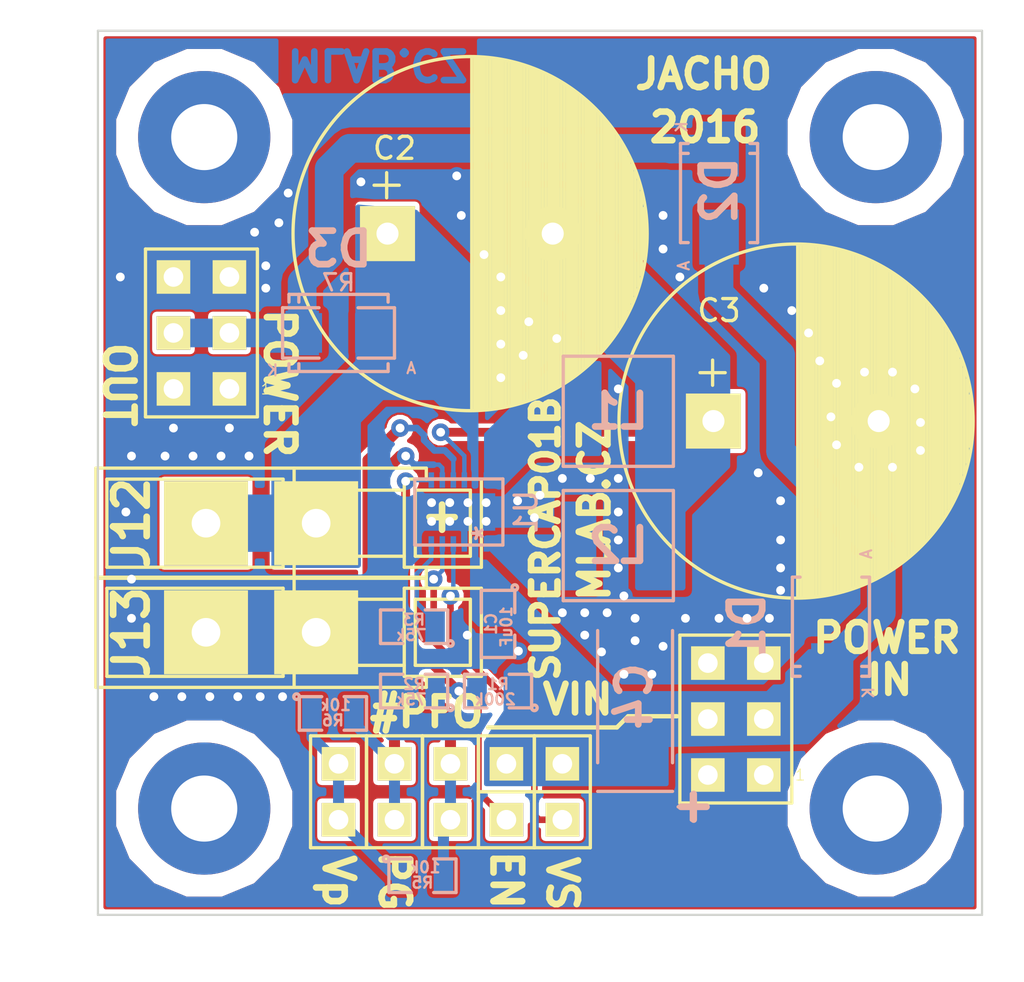
<source format=kicad_pcb>
(kicad_pcb (version 20160815) (host pcbnew "(2016-09-17 revision 679eef1)-makepkg")

  (general
    (links 62)
    (no_connects 0)
    (area -4.191 -41.783 42.291001 2.794001)
    (thickness 1.6)
    (drawings 24)
    (tracks 341)
    (zones 0)
    (modules 31)
    (nets 15)
  )

  (page A4)
  (layers
    (0 F.Cu signal)
    (31 B.Cu signal)
    (32 B.Adhes user)
    (33 F.Adhes user)
    (34 B.Paste user)
    (35 F.Paste user)
    (36 B.SilkS user)
    (37 F.SilkS user)
    (38 B.Mask user)
    (39 F.Mask user)
    (40 Dwgs.User user)
    (41 Cmts.User user)
    (42 Eco1.User user)
    (43 Eco2.User user)
    (44 Edge.Cuts user)
    (45 Margin user)
    (46 B.CrtYd user)
    (47 F.CrtYd user)
    (48 B.Fab user)
    (49 F.Fab user)
  )

  (setup
    (last_trace_width 0.2)
    (user_trace_width 0.2)
    (user_trace_width 0.3)
    (user_trace_width 0.4)
    (user_trace_width 0.5)
    (user_trace_width 0.6)
    (user_trace_width 1.3)
    (user_trace_width 2.6)
    (trace_clearance 0.2)
    (zone_clearance 0.2)
    (zone_45_only yes)
    (trace_min 0.2)
    (segment_width 0.2)
    (edge_width 0.1)
    (via_size 0.8)
    (via_drill 0.4)
    (via_min_size 0.7)
    (via_min_drill 0.3)
    (uvia_size 0.3)
    (uvia_drill 0.1)
    (uvias_allowed no)
    (uvia_min_size 0.3)
    (uvia_min_drill 0.1)
    (pcb_text_width 0.3)
    (pcb_text_size 1.5 1.5)
    (mod_edge_width 0.15)
    (mod_text_size 1 1)
    (mod_text_width 0.15)
    (pad_size 6 6)
    (pad_drill 3)
    (pad_to_mask_clearance 0.12)
    (solder_mask_min_width 0.1)
    (aux_axis_origin 0 0)
    (visible_elements 7FFFFF7F)
    (pcbplotparams
      (layerselection 0x010e0_ffffffff)
      (usegerberextensions false)
      (excludeedgelayer true)
      (linewidth 0.500000)
      (plotframeref false)
      (viasonmask false)
      (mode 1)
      (useauxorigin false)
      (hpglpennumber 1)
      (hpglpenspeed 20)
      (hpglpendiameter 15)
      (psnegative false)
      (psa4output false)
      (plotreference true)
      (plotvalue true)
      (plotinvisibletext false)
      (padsonsilk false)
      (subtractmaskfromsilk false)
      (outputformat 1)
      (mirror false)
      (drillshape 0)
      (scaleselection 1)
      (outputdirectory ../CAM_PROFI/))
  )

  (net 0 "")
  (net 1 /VIN)
  (net 2 GND)
  (net 3 "Net-(C2-Pad2)")
  (net 4 /EN)
  (net 5 /VSEL)
  (net 6 /#PFO)
  (net 7 /PG)
  (net 8 "Net-(L1-Pad1)")
  (net 9 "Net-(L2-Pad1)")
  (net 10 "Net-(R1-Pad2)")
  (net 11 /OUT)
  (net 12 /Vpull-up)
  (net 13 "Net-(R3-Pad1)")
  (net 14 /OUT2)

  (net_class Default "Toto je výchozí třída sítě."
    (clearance 0.2)
    (trace_width 0.3)
    (via_dia 0.8)
    (via_drill 0.4)
    (uvia_dia 0.3)
    (uvia_drill 0.1)
    (diff_pair_gap 0.25)
    (diff_pair_width 0.2)
    (add_net /#PFO)
    (add_net /EN)
    (add_net /OUT)
    (add_net /OUT2)
    (add_net /PG)
    (add_net /VSEL)
    (add_net /Vpull-up)
    (add_net GND)
    (add_net "Net-(C2-Pad2)")
    (add_net "Net-(L1-Pad1)")
    (add_net "Net-(L2-Pad1)")
    (add_net "Net-(R1-Pad2)")
    (add_net "Net-(R3-Pad1)")
  )

  (net_class Vin ""
    (clearance 0.2)
    (trace_width 0.2)
    (via_dia 0.8)
    (via_drill 0.4)
    (uvia_dia 0.3)
    (uvia_drill 0.1)
    (diff_pair_gap 0.25)
    (diff_pair_width 0.2)
    (add_net /VIN)
  )

  (module Mlab_C:C_Radial_D16_L25_P7.5 (layer F.Cu) (tedit 57ECA00F) (tstamp 56EFD402)
    (at 13.3985 -31.1785)
    (descr "Radial Electrolytic Capacitor Diameter 16mm x Length 25mm, Pitch 7.5mm")
    (tags "Electrolytic Capacitor")
    (path /56E875AF)
    (fp_text reference C2 (at 0.3175 -3.8735) (layer F.SilkS)
      (effects (font (size 1 1) (thickness 0.15)))
    )
    (fp_text value 22F (at 3.75 9.3) (layer F.Fab)
      (effects (font (size 1 1) (thickness 0.15)))
    )
    (fp_circle (center 3.75 0) (end 3.75 -8.3) (layer F.CrtYd) (width 0.05))
    (fp_circle (center 3.75 0) (end 3.75 -8.0375) (layer F.SilkS) (width 0.15))
    (fp_circle (center 7.5 0) (end 7.5 -1) (layer F.SilkS) (width 0.15))
    (fp_line (start 11.665 -1.163) (end 11.665 1.163) (layer F.SilkS) (width 0.15))
    (fp_line (start 11.525 -1.884) (end 11.525 1.884) (layer F.SilkS) (width 0.15))
    (fp_line (start 11.385 -2.389) (end 11.385 2.389) (layer F.SilkS) (width 0.15))
    (fp_line (start 11.245 -2.797) (end 11.245 2.797) (layer F.SilkS) (width 0.15))
    (fp_line (start 11.105 -3.147) (end 11.105 3.147) (layer F.SilkS) (width 0.15))
    (fp_line (start 10.965 -3.456) (end 10.965 3.456) (layer F.SilkS) (width 0.15))
    (fp_line (start 10.825 -3.734) (end 10.825 3.734) (layer F.SilkS) (width 0.15))
    (fp_line (start 10.685 -3.988) (end 10.685 3.988) (layer F.SilkS) (width 0.15))
    (fp_line (start 10.545 -4.222) (end 10.545 4.222) (layer F.SilkS) (width 0.15))
    (fp_line (start 10.405 -4.44) (end 10.405 4.44) (layer F.SilkS) (width 0.15))
    (fp_line (start 10.265 -4.643) (end 10.265 4.643) (layer F.SilkS) (width 0.15))
    (fp_line (start 10.125 -4.833) (end 10.125 4.833) (layer F.SilkS) (width 0.15))
    (fp_line (start 9.985 -5.012) (end 9.985 5.012) (layer F.SilkS) (width 0.15))
    (fp_line (start 9.845 -5.182) (end 9.845 5.182) (layer F.SilkS) (width 0.15))
    (fp_line (start 9.705 -5.342) (end 9.705 5.342) (layer F.SilkS) (width 0.15))
    (fp_line (start 9.565 -5.494) (end 9.565 5.494) (layer F.SilkS) (width 0.15))
    (fp_line (start 9.425 -5.639) (end 9.425 5.639) (layer F.SilkS) (width 0.15))
    (fp_line (start 9.285 -5.776) (end 9.285 5.776) (layer F.SilkS) (width 0.15))
    (fp_line (start 9.145 -5.907) (end 9.145 5.907) (layer F.SilkS) (width 0.15))
    (fp_line (start 9.005 -6.032) (end 9.005 6.032) (layer F.SilkS) (width 0.15))
    (fp_line (start 8.865 -6.151) (end 8.865 6.151) (layer F.SilkS) (width 0.15))
    (fp_line (start 8.725 -6.265) (end 8.725 6.265) (layer F.SilkS) (width 0.15))
    (fp_line (start 8.585 -6.374) (end 8.585 6.374) (layer F.SilkS) (width 0.15))
    (fp_line (start 8.445 0.327) (end 8.445 6.477) (layer F.SilkS) (width 0.15))
    (fp_line (start 8.445 -6.477) (end 8.445 -0.327) (layer F.SilkS) (width 0.15))
    (fp_line (start 8.305 0.593) (end 8.305 6.577) (layer F.SilkS) (width 0.15))
    (fp_line (start 8.305 -6.577) (end 8.305 -0.593) (layer F.SilkS) (width 0.15))
    (fp_line (start 8.165 0.747) (end 8.165 6.671) (layer F.SilkS) (width 0.15))
    (fp_line (start 8.165 -6.671) (end 8.165 -0.747) (layer F.SilkS) (width 0.15))
    (fp_line (start 8.025 0.851) (end 8.025 6.762) (layer F.SilkS) (width 0.15))
    (fp_line (start 8.025 -6.762) (end 8.025 -0.851) (layer F.SilkS) (width 0.15))
    (fp_line (start 7.885 0.923) (end 7.885 6.848) (layer F.SilkS) (width 0.15))
    (fp_line (start 7.885 -6.848) (end 7.885 -0.923) (layer F.SilkS) (width 0.15))
    (fp_line (start 7.745 0.97) (end 7.745 6.931) (layer F.SilkS) (width 0.15))
    (fp_line (start 7.745 -6.931) (end 7.745 -0.97) (layer F.SilkS) (width 0.15))
    (fp_line (start 7.605 0.994) (end 7.605 7.01) (layer F.SilkS) (width 0.15))
    (fp_line (start 7.605 -7.01) (end 7.605 -0.994) (layer F.SilkS) (width 0.15))
    (fp_line (start 7.465 0.999) (end 7.465 7.085) (layer F.SilkS) (width 0.15))
    (fp_line (start 7.465 -7.085) (end 7.465 -0.999) (layer F.SilkS) (width 0.15))
    (fp_line (start 7.325 0.985) (end 7.325 7.157) (layer F.SilkS) (width 0.15))
    (fp_line (start 7.325 -7.157) (end 7.325 -0.985) (layer F.SilkS) (width 0.15))
    (fp_line (start 7.185 0.949) (end 7.185 7.225) (layer F.SilkS) (width 0.15))
    (fp_line (start 7.185 -7.225) (end 7.185 -0.949) (layer F.SilkS) (width 0.15))
    (fp_line (start 7.045 0.89) (end 7.045 7.29) (layer F.SilkS) (width 0.15))
    (fp_line (start 7.045 -7.29) (end 7.045 -0.89) (layer F.SilkS) (width 0.15))
    (fp_line (start 6.905 0.804) (end 6.905 7.352) (layer F.SilkS) (width 0.15))
    (fp_line (start 6.905 -7.352) (end 6.905 -0.804) (layer F.SilkS) (width 0.15))
    (fp_line (start 6.765 0.678) (end 6.765 7.41) (layer F.SilkS) (width 0.15))
    (fp_line (start 6.765 -7.41) (end 6.765 -0.678) (layer F.SilkS) (width 0.15))
    (fp_line (start 6.625 0.484) (end 6.625 7.466) (layer F.SilkS) (width 0.15))
    (fp_line (start 6.625 -7.466) (end 6.625 -0.484) (layer F.SilkS) (width 0.15))
    (fp_line (start 6.485 -7.518) (end 6.485 7.518) (layer F.SilkS) (width 0.15))
    (fp_line (start 6.345 -7.567) (end 6.345 7.567) (layer F.SilkS) (width 0.15))
    (fp_line (start 6.205 -7.614) (end 6.205 7.614) (layer F.SilkS) (width 0.15))
    (fp_line (start 6.065 -7.658) (end 6.065 7.658) (layer F.SilkS) (width 0.15))
    (fp_line (start 5.925 -7.699) (end 5.925 7.699) (layer F.SilkS) (width 0.15))
    (fp_line (start 5.785 -7.737) (end 5.785 7.737) (layer F.SilkS) (width 0.15))
    (fp_line (start 5.645 -7.772) (end 5.645 7.772) (layer F.SilkS) (width 0.15))
    (fp_line (start 5.505 -7.805) (end 5.505 7.805) (layer F.SilkS) (width 0.15))
    (fp_line (start 5.365 -7.835) (end 5.365 7.835) (layer F.SilkS) (width 0.15))
    (fp_line (start 5.225 -7.863) (end 5.225 7.863) (layer F.SilkS) (width 0.15))
    (fp_line (start 5.085 -7.888) (end 5.085 7.888) (layer F.SilkS) (width 0.15))
    (fp_line (start 4.945 -7.91) (end 4.945 7.91) (layer F.SilkS) (width 0.15))
    (fp_line (start 4.805 -7.93) (end 4.805 7.93) (layer F.SilkS) (width 0.15))
    (fp_line (start 4.665 -7.948) (end 4.665 7.948) (layer F.SilkS) (width 0.15))
    (fp_line (start 4.525 -7.962) (end 4.525 7.962) (layer F.SilkS) (width 0.15))
    (fp_line (start 4.385 -7.975) (end 4.385 7.975) (layer F.SilkS) (width 0.15))
    (fp_line (start 4.245 -7.985) (end 4.245 7.985) (layer F.SilkS) (width 0.15))
    (fp_line (start 4.105 -7.992) (end 4.105 7.992) (layer F.SilkS) (width 0.15))
    (fp_line (start 3.965 -7.997) (end 3.965 7.997) (layer F.SilkS) (width 0.15))
    (fp_line (start 3.825 -8) (end 3.825 8) (layer F.SilkS) (width 0.15))
    (fp_text user + (at -0.0381 -2.3114) (layer F.SilkS)
      (effects (font (size 1.5 1.5) (thickness 0.15)))
    )
    (pad 2 thru_hole circle (at 7.5 0) (size 2.5 2.5) (drill 1) (layers *.Cu *.Mask F.SilkS)
      (net 3 "Net-(C2-Pad2)"))
    (pad 1 thru_hole rect (at 0 0) (size 2.5 2.5) (drill 1) (layers *.Cu *.Mask F.SilkS)
      (net 11 /OUT))
    (model Capacitors_ThroughHole.3dshapes/C_Radial_D16_L25_P7.5.wrl
      (at (xyz 0.1476378 0 0))
      (scale (xyz 1 1 1))
      (rotate (xyz 0 0 90))
    )
  )

  (module Mlab_Pin_Headers:Straight_2x01 (layer F.Cu) (tedit 57EC99EE) (tstamp 57EA06BA)
    (at 11.176 -5.842 90)
    (descr "pin header straight 2x01")
    (tags "pin header straight 2x01")
    (path /57EADC82)
    (fp_text reference J14 (at 0 -2.54 90) (layer F.SilkS) hide
      (effects (font (size 1.5 1.5) (thickness 0.15)))
    )
    (fp_text value JUMP_2x1 (at 0 2.54 90) (layer F.SilkS) hide
      (effects (font (size 1.5 1.5) (thickness 0.15)))
    )
    (fp_line (start -2.54 1.27) (end -2.54 -1.27) (layer F.SilkS) (width 0.15))
    (fp_line (start 2.54 1.27) (end -2.54 1.27) (layer F.SilkS) (width 0.15))
    (fp_line (start 2.54 -1.27) (end 2.54 1.27) (layer F.SilkS) (width 0.15))
    (fp_line (start -2.54 -1.27) (end 2.54 -1.27) (layer F.SilkS) (width 0.15))
    (pad 2 thru_hole rect (at 1.27 0 90) (size 1.524 1.524) (drill 0.889) (layers *.Cu *.Mask F.SilkS)
      (net 12 /Vpull-up))
    (pad 1 thru_hole rect (at -1.27 0 90) (size 1.524 1.524) (drill 0.889) (layers *.Cu *.Mask F.SilkS)
      (net 12 /Vpull-up))
    (model Pin_Headers/Pin_Header_Straight_2x01.wrl
      (at (xyz 0 0 0))
      (scale (xyz 1 1 1))
      (rotate (xyz 0 0 90))
    )
  )

  (module Mlab_C:C_Radial_D16_L25_P7.5 (layer F.Cu) (tedit 57ECA014) (tstamp 56EFD453)
    (at 28.194 -22.6695)
    (descr "Radial Electrolytic Capacitor Diameter 16mm x Length 25mm, Pitch 7.5mm")
    (tags "Electrolytic Capacitor")
    (path /56E812E5)
    (fp_text reference C3 (at 0.254 -5.0165) (layer F.SilkS)
      (effects (font (size 1 1) (thickness 0.15)))
    )
    (fp_text value 22F (at 3.75 9.3) (layer F.Fab)
      (effects (font (size 1 1) (thickness 0.15)))
    )
    (fp_circle (center 3.75 0) (end 3.75 -8.3) (layer F.CrtYd) (width 0.05))
    (fp_circle (center 3.75 0) (end 3.75 -8.0375) (layer F.SilkS) (width 0.15))
    (fp_circle (center 7.5 0) (end 7.5 -1) (layer F.SilkS) (width 0.15))
    (fp_line (start 11.665 -1.163) (end 11.665 1.163) (layer F.SilkS) (width 0.15))
    (fp_line (start 11.525 -1.884) (end 11.525 1.884) (layer F.SilkS) (width 0.15))
    (fp_line (start 11.385 -2.389) (end 11.385 2.389) (layer F.SilkS) (width 0.15))
    (fp_line (start 11.245 -2.797) (end 11.245 2.797) (layer F.SilkS) (width 0.15))
    (fp_line (start 11.105 -3.147) (end 11.105 3.147) (layer F.SilkS) (width 0.15))
    (fp_line (start 10.965 -3.456) (end 10.965 3.456) (layer F.SilkS) (width 0.15))
    (fp_line (start 10.825 -3.734) (end 10.825 3.734) (layer F.SilkS) (width 0.15))
    (fp_line (start 10.685 -3.988) (end 10.685 3.988) (layer F.SilkS) (width 0.15))
    (fp_line (start 10.545 -4.222) (end 10.545 4.222) (layer F.SilkS) (width 0.15))
    (fp_line (start 10.405 -4.44) (end 10.405 4.44) (layer F.SilkS) (width 0.15))
    (fp_line (start 10.265 -4.643) (end 10.265 4.643) (layer F.SilkS) (width 0.15))
    (fp_line (start 10.125 -4.833) (end 10.125 4.833) (layer F.SilkS) (width 0.15))
    (fp_line (start 9.985 -5.012) (end 9.985 5.012) (layer F.SilkS) (width 0.15))
    (fp_line (start 9.845 -5.182) (end 9.845 5.182) (layer F.SilkS) (width 0.15))
    (fp_line (start 9.705 -5.342) (end 9.705 5.342) (layer F.SilkS) (width 0.15))
    (fp_line (start 9.565 -5.494) (end 9.565 5.494) (layer F.SilkS) (width 0.15))
    (fp_line (start 9.425 -5.639) (end 9.425 5.639) (layer F.SilkS) (width 0.15))
    (fp_line (start 9.285 -5.776) (end 9.285 5.776) (layer F.SilkS) (width 0.15))
    (fp_line (start 9.145 -5.907) (end 9.145 5.907) (layer F.SilkS) (width 0.15))
    (fp_line (start 9.005 -6.032) (end 9.005 6.032) (layer F.SilkS) (width 0.15))
    (fp_line (start 8.865 -6.151) (end 8.865 6.151) (layer F.SilkS) (width 0.15))
    (fp_line (start 8.725 -6.265) (end 8.725 6.265) (layer F.SilkS) (width 0.15))
    (fp_line (start 8.585 -6.374) (end 8.585 6.374) (layer F.SilkS) (width 0.15))
    (fp_line (start 8.445 0.327) (end 8.445 6.477) (layer F.SilkS) (width 0.15))
    (fp_line (start 8.445 -6.477) (end 8.445 -0.327) (layer F.SilkS) (width 0.15))
    (fp_line (start 8.305 0.593) (end 8.305 6.577) (layer F.SilkS) (width 0.15))
    (fp_line (start 8.305 -6.577) (end 8.305 -0.593) (layer F.SilkS) (width 0.15))
    (fp_line (start 8.165 0.747) (end 8.165 6.671) (layer F.SilkS) (width 0.15))
    (fp_line (start 8.165 -6.671) (end 8.165 -0.747) (layer F.SilkS) (width 0.15))
    (fp_line (start 8.025 0.851) (end 8.025 6.762) (layer F.SilkS) (width 0.15))
    (fp_line (start 8.025 -6.762) (end 8.025 -0.851) (layer F.SilkS) (width 0.15))
    (fp_line (start 7.885 0.923) (end 7.885 6.848) (layer F.SilkS) (width 0.15))
    (fp_line (start 7.885 -6.848) (end 7.885 -0.923) (layer F.SilkS) (width 0.15))
    (fp_line (start 7.745 0.97) (end 7.745 6.931) (layer F.SilkS) (width 0.15))
    (fp_line (start 7.745 -6.931) (end 7.745 -0.97) (layer F.SilkS) (width 0.15))
    (fp_line (start 7.605 0.994) (end 7.605 7.01) (layer F.SilkS) (width 0.15))
    (fp_line (start 7.605 -7.01) (end 7.605 -0.994) (layer F.SilkS) (width 0.15))
    (fp_line (start 7.465 0.999) (end 7.465 7.085) (layer F.SilkS) (width 0.15))
    (fp_line (start 7.465 -7.085) (end 7.465 -0.999) (layer F.SilkS) (width 0.15))
    (fp_line (start 7.325 0.985) (end 7.325 7.157) (layer F.SilkS) (width 0.15))
    (fp_line (start 7.325 -7.157) (end 7.325 -0.985) (layer F.SilkS) (width 0.15))
    (fp_line (start 7.185 0.949) (end 7.185 7.225) (layer F.SilkS) (width 0.15))
    (fp_line (start 7.185 -7.225) (end 7.185 -0.949) (layer F.SilkS) (width 0.15))
    (fp_line (start 7.045 0.89) (end 7.045 7.29) (layer F.SilkS) (width 0.15))
    (fp_line (start 7.045 -7.29) (end 7.045 -0.89) (layer F.SilkS) (width 0.15))
    (fp_line (start 6.905 0.804) (end 6.905 7.352) (layer F.SilkS) (width 0.15))
    (fp_line (start 6.905 -7.352) (end 6.905 -0.804) (layer F.SilkS) (width 0.15))
    (fp_line (start 6.765 0.678) (end 6.765 7.41) (layer F.SilkS) (width 0.15))
    (fp_line (start 6.765 -7.41) (end 6.765 -0.678) (layer F.SilkS) (width 0.15))
    (fp_line (start 6.625 0.484) (end 6.625 7.466) (layer F.SilkS) (width 0.15))
    (fp_line (start 6.625 -7.466) (end 6.625 -0.484) (layer F.SilkS) (width 0.15))
    (fp_line (start 6.485 -7.518) (end 6.485 7.518) (layer F.SilkS) (width 0.15))
    (fp_line (start 6.345 -7.567) (end 6.345 7.567) (layer F.SilkS) (width 0.15))
    (fp_line (start 6.205 -7.614) (end 6.205 7.614) (layer F.SilkS) (width 0.15))
    (fp_line (start 6.065 -7.658) (end 6.065 7.658) (layer F.SilkS) (width 0.15))
    (fp_line (start 5.925 -7.699) (end 5.925 7.699) (layer F.SilkS) (width 0.15))
    (fp_line (start 5.785 -7.737) (end 5.785 7.737) (layer F.SilkS) (width 0.15))
    (fp_line (start 5.645 -7.772) (end 5.645 7.772) (layer F.SilkS) (width 0.15))
    (fp_line (start 5.505 -7.805) (end 5.505 7.805) (layer F.SilkS) (width 0.15))
    (fp_line (start 5.365 -7.835) (end 5.365 7.835) (layer F.SilkS) (width 0.15))
    (fp_line (start 5.225 -7.863) (end 5.225 7.863) (layer F.SilkS) (width 0.15))
    (fp_line (start 5.085 -7.888) (end 5.085 7.888) (layer F.SilkS) (width 0.15))
    (fp_line (start 4.945 -7.91) (end 4.945 7.91) (layer F.SilkS) (width 0.15))
    (fp_line (start 4.805 -7.93) (end 4.805 7.93) (layer F.SilkS) (width 0.15))
    (fp_line (start 4.665 -7.948) (end 4.665 7.948) (layer F.SilkS) (width 0.15))
    (fp_line (start 4.525 -7.962) (end 4.525 7.962) (layer F.SilkS) (width 0.15))
    (fp_line (start 4.385 -7.975) (end 4.385 7.975) (layer F.SilkS) (width 0.15))
    (fp_line (start 4.245 -7.985) (end 4.245 7.985) (layer F.SilkS) (width 0.15))
    (fp_line (start 4.105 -7.992) (end 4.105 7.992) (layer F.SilkS) (width 0.15))
    (fp_line (start 3.965 -7.997) (end 3.965 7.997) (layer F.SilkS) (width 0.15))
    (fp_line (start 3.825 -8) (end 3.825 8) (layer F.SilkS) (width 0.15))
    (fp_text user + (at -0.0381 -2.3114) (layer F.SilkS)
      (effects (font (size 1.5 1.5) (thickness 0.15)))
    )
    (pad 2 thru_hole circle (at 7.5 0) (size 2.5 2.5) (drill 1) (layers *.Cu *.Mask F.SilkS)
      (net 2 GND))
    (pad 1 thru_hole rect (at 0 0) (size 2.5 2.5) (drill 1) (layers *.Cu *.Mask F.SilkS)
      (net 3 "Net-(C2-Pad2)"))
    (model Capacitors_ThroughHole.3dshapes/C_Radial_D16_L25_P7.5.wrl
      (at (xyz 0.1476378 0 0))
      (scale (xyz 1 1 1))
      (rotate (xyz 0 0 90))
    )
  )

  (module Mlab_D:SMA_Standard (layer B.Cu) (tedit 57EC99EE) (tstamp 56EBC5A6)
    (at 33.528 -13.335 270)
    (descr "Diode SMA")
    (tags "Diode SMA")
    (path /56E8111C)
    (attr smd)
    (fp_text reference D1 (at 0 3.81 270) (layer B.SilkS)
      (effects (font (thickness 0.3048)) (justify mirror))
    )
    (fp_text value M4 (at 0 -3.81 270) (layer B.SilkS) hide
      (effects (font (thickness 0.3048)) (justify mirror))
    )
    (fp_line (start -2.25044 1.75006) (end 2.25044 1.75006) (layer B.SilkS) (width 0.15))
    (fp_line (start -2.25044 -1.75006) (end 2.25044 -1.75006) (layer B.SilkS) (width 0.15))
    (fp_line (start 2.25044 1.75006) (end 2.25044 1.39954) (layer B.SilkS) (width 0.15))
    (fp_line (start -2.25044 1.75006) (end -2.25044 1.39954) (layer B.SilkS) (width 0.15))
    (fp_line (start -2.25044 -1.75006) (end -2.25044 -1.39954) (layer B.SilkS) (width 0.15))
    (fp_line (start 2.25044 -1.75006) (end 2.25044 -1.39954) (layer B.SilkS) (width 0.15))
    (fp_line (start 1.80086 1.75006) (end 1.80086 1.39954) (layer B.SilkS) (width 0.15))
    (fp_line (start 1.80086 -1.75006) (end 1.80086 -1.39954) (layer B.SilkS) (width 0.15))
    (fp_circle (center 0 0) (end 0.20066 0.0508) (layer B.Adhes) (width 0.381))
    (fp_text user K (at 2.99974 -1.69926 270) (layer B.SilkS)
      (effects (font (size 0.50038 0.50038) (thickness 0.09906)) (justify mirror))
    )
    (fp_text user A (at -3.29946 -1.6002 270) (layer B.SilkS)
      (effects (font (size 0.50038 0.50038) (thickness 0.09906)) (justify mirror))
    )
    (pad 2 smd rect (at -1.99898 0 270) (size 2.49936 1.80086) (layers B.Cu B.Paste B.Mask)
      (net 2 GND))
    (pad 1 smd rect (at 1.99898 0 270) (size 2.49936 1.80086) (layers B.Cu B.Paste B.Mask)
      (net 1 /VIN))
    (model MLAB_3D/Diodes/SMA.wrl
      (at (xyz 0 0 0))
      (scale (xyz 0.3937 0.3937 0.3937))
      (rotate (xyz 0 0 0))
    )
  )

  (module Mlab_CON:WAGO256 (layer F.Cu) (tedit 57EC99EE) (tstamp 56EBD757)
    (at 7.62 -13.081)
    (descr "WAGO-Series 236, 2Stift, 1pol, RM 5mm,")
    (tags "WAGO-Series 236, 2Stift, 1pol, RM 5mm, Anreibare Leiterplattenklemme")
    (path /56EBF84C)
    (fp_text reference J13 (at -5.842 0 90) (layer F.SilkS)
      (effects (font (thickness 0.3048)))
    )
    (fp_text value CONN1_1 (at 0.254 4.064) (layer F.SilkS) hide
      (effects (font (thickness 0.3048)))
    )
    (fp_line (start -7.46 -2.5) (end 1.54 -2.5) (layer F.SilkS) (width 0.15))
    (fp_line (start 1.54 2.5) (end -7.46 2.5) (layer F.SilkS) (width 0.15))
    (fp_line (start 1.54 -2.5) (end 7.54 -2.5) (layer F.SilkS) (width 0.15))
    (fp_line (start -6.9601 -2) (end 1.0399 -2) (layer F.SilkS) (width 0.15))
    (fp_line (start 3.54 -1.5) (end 6.54 -1.5) (layer F.SilkS) (width 0.15))
    (fp_line (start 1.54 2.5) (end 7.54 2.5) (layer F.SilkS) (width 0.15))
    (fp_line (start -6.9601 2) (end 1.0399 2) (layer F.SilkS) (width 0.15))
    (fp_line (start 3.54 1.5) (end 6.54 1.5) (layer F.SilkS) (width 0.15))
    (fp_line (start 6.54 -2) (end 10.041 -2) (layer F.SilkS) (width 0.15))
    (fp_line (start 7.0401 -1.5) (end 9.54 -1.5) (layer F.SilkS) (width 0.15))
    (fp_line (start 1.0399 -1) (end 1.54 -1) (layer F.SilkS) (width 0.15))
    (fp_line (start 6.54 2) (end 10.0401 2) (layer F.SilkS) (width 0.15))
    (fp_line (start 7.0401 1.5) (end 9.54 1.5) (layer F.SilkS) (width 0.15))
    (fp_line (start 1.0399 1) (end 1.54 1) (layer F.SilkS) (width 0.15))
    (fp_line (start -6.9601 2) (end -6.9601 -2) (layer F.SilkS) (width 0.15))
    (fp_line (start 1.0399 -2) (end 1.0399 2) (layer F.SilkS) (width 0.15))
    (fp_line (start 3.54 1.5001) (end 3.54 -1.5001) (layer F.SilkS) (width 0.15))
    (fp_line (start 6.54 -2) (end 6.54 2) (layer F.SilkS) (width 0.15))
    (fp_line (start 10.0401 -2) (end 10.0401 2) (layer F.SilkS) (width 0.15))
    (fp_line (start 7.0401 1.501) (end 7.0401 -1.501) (layer F.SilkS) (width 0.15))
    (fp_line (start 9.54 1.501) (end 9.54 -1.501) (layer F.SilkS) (width 0.15))
    (fp_line (start -7.46 2.5001) (end -7.46 -2.5001) (layer F.SilkS) (width 0.15))
    (fp_line (start 1.54 2.5001) (end 1.54 -2.5001) (layer F.SilkS) (width 0.15))
    (fp_line (start 7.54 -2) (end 7.54 -2.5) (layer F.SilkS) (width 0.15))
    (fp_line (start 7.54 2.5) (end 7.54 2) (layer F.SilkS) (width 0.15))
    (pad 1 thru_hole rect (at 2.54 0 90) (size 3.81 3.81) (drill 1.3) (layers *.Cu *.Mask F.SilkS)
      (net 2 GND))
    (pad 1 thru_hole rect (at -2.46 0 90) (size 3.81 3.81) (drill 1.3) (layers *.Cu *.Mask F.SilkS)
      (net 2 GND))
  )

  (module Mlab_Mechanical:MountingHole_3mm placed (layer F.Cu) (tedit 57EC99EE) (tstamp 56EBCD98)
    (at 5.08 -35.56)
    (descr "Mounting hole, Befestigungsbohrung, 3mm, No Annular, Kein Restring,")
    (tags "Mounting hole, Befestigungsbohrung, 3mm, No Annular, Kein Restring,")
    (path /56EBF2B1)
    (fp_text reference M1 (at 0 -4.191) (layer F.SilkS) hide
      (effects (font (thickness 0.3048)))
    )
    (fp_text value HOLE (at 0 4.191) (layer F.SilkS) hide
      (effects (font (thickness 0.3048)))
    )
    (fp_circle (center 0 0) (end 2.99974 0) (layer Cmts.User) (width 0.381))
    (pad 1 thru_hole circle (at 0 0) (size 6 6) (drill 3) (layers *.Cu *.Adhes *.Mask)
      (clearance 1) (zone_connect 2))
  )

  (module Mlab_Mechanical:MountingHole_3mm placed (layer F.Cu) (tedit 57EC99EE) (tstamp 56EBCD9D)
    (at 35.56 -35.56)
    (descr "Mounting hole, Befestigungsbohrung, 3mm, No Annular, Kein Restring,")
    (tags "Mounting hole, Befestigungsbohrung, 3mm, No Annular, Kein Restring,")
    (path /56EBF563)
    (fp_text reference M2 (at 0 -4.191) (layer F.SilkS) hide
      (effects (font (thickness 0.3048)))
    )
    (fp_text value HOLE (at 0 4.191) (layer F.SilkS) hide
      (effects (font (thickness 0.3048)))
    )
    (fp_circle (center 0 0) (end 2.99974 0) (layer Cmts.User) (width 0.381))
    (pad 1 thru_hole circle (at 0 0) (size 6 6) (drill 3) (layers *.Cu *.Adhes *.Mask)
      (clearance 1) (zone_connect 2))
  )

  (module Mlab_Mechanical:MountingHole_3mm placed (layer F.Cu) (tedit 57EC99EE) (tstamp 56EBCDA2)
    (at 35.56 -5.08)
    (descr "Mounting hole, Befestigungsbohrung, 3mm, No Annular, Kein Restring,")
    (tags "Mounting hole, Befestigungsbohrung, 3mm, No Annular, Kein Restring,")
    (path /56EBF4F9)
    (fp_text reference M3 (at 0 -4.191) (layer F.SilkS) hide
      (effects (font (thickness 0.3048)))
    )
    (fp_text value HOLE (at 0 4.191) (layer F.SilkS) hide
      (effects (font (thickness 0.3048)))
    )
    (fp_circle (center 0 0) (end 2.99974 0) (layer Cmts.User) (width 0.381))
    (pad 1 thru_hole circle (at 0 0) (size 6 6) (drill 3) (layers *.Cu *.Adhes *.Mask)
      (clearance 1) (zone_connect 2))
  )

  (module Mlab_Mechanical:MountingHole_3mm placed (layer F.Cu) (tedit 57EC99EE) (tstamp 56EBCDA7)
    (at 5.08 -5.08)
    (descr "Mounting hole, Befestigungsbohrung, 3mm, No Annular, Kein Restring,")
    (tags "Mounting hole, Befestigungsbohrung, 3mm, No Annular, Kein Restring,")
    (path /56EBF5DC)
    (fp_text reference M4 (at 0 -4.191) (layer F.SilkS) hide
      (effects (font (thickness 0.3048)))
    )
    (fp_text value HOLE (at 0 4.191) (layer F.SilkS) hide
      (effects (font (thickness 0.3048)))
    )
    (fp_circle (center 0 0) (end 2.99974 0) (layer Cmts.User) (width 0.381))
    (pad 1 thru_hole circle (at 0 0) (size 6 6) (drill 3) (layers *.Cu *.Adhes *.Mask)
      (clearance 1) (zone_connect 2))
  )

  (module Mlab_IO:DFN-12-1EP_3x4mm_Pitch0.5mm (layer B.Cu) (tedit 57EC99EE) (tstamp 56EBCDF3)
    (at 16.637 -18.542 90)
    (descr "DE/UE Package; 12-Lead Plastic DFN (4mm x 3mm) (see Linear Technology DFN_12_05-08-1695.pdf)")
    (tags "DFN 0.5")
    (path /56E80FC2)
    (attr smd)
    (fp_text reference U1 (at 0 3.05 90) (layer B.SilkS)
      (effects (font (size 1 1) (thickness 0.15)) (justify mirror))
    )
    (fp_text value LTC3625 (at 0 -3.05 90) (layer B.Fab)
      (effects (font (size 1 1) (thickness 0.15)) (justify mirror))
    )
    (fp_line (start -1.5 2) (end 1.5 2) (layer B.SilkS) (width 0.15))
    (fp_line (start -1.5 -2) (end 1.5 -2) (layer B.SilkS) (width 0.15))
    (fp_line (start -2.05 -2.3) (end 2.05 -2.3) (layer B.CrtYd) (width 0.05))
    (fp_line (start -2.05 2.3) (end 2.05 2.3) (layer B.CrtYd) (width 0.05))
    (fp_line (start 2.05 2.3) (end 2.05 -2.3) (layer B.CrtYd) (width 0.05))
    (fp_line (start -2.05 2.3) (end -2.05 -2.3) (layer B.CrtYd) (width 0.05))
    (fp_line (start -1.5 2) (end -1.5 -2) (layer B.SilkS) (width 0.15))
    (fp_line (start 1.5 2) (end 1.5 -2) (layer B.SilkS) (width 0.15))
    (fp_text user * (at -0.9652 1.1684 90) (layer B.SilkS)
      (effects (font (size 1 1) (thickness 0.15)) (justify mirror))
    )
    (pad 13 smd rect (at -0.425 1.2375 90) (size 0.85 0.825) (layers B.Cu B.Paste B.Mask)
      (net 2 GND) (solder_paste_margin_ratio -0.2))
    (pad 13 smd rect (at -0.425 0.4125 90) (size 0.85 0.825) (layers B.Cu B.Paste B.Mask)
      (net 2 GND) (solder_paste_margin_ratio -0.2))
    (pad 13 smd rect (at -0.425 -0.4125 90) (size 0.85 0.825) (layers B.Cu B.Paste B.Mask)
      (net 2 GND) (solder_paste_margin_ratio -0.2))
    (pad 13 smd rect (at -0.425 -1.2375 90) (size 0.85 0.825) (layers B.Cu B.Paste B.Mask)
      (net 2 GND) (solder_paste_margin_ratio -0.2))
    (pad 13 smd rect (at 0.425 1.2375 90) (size 0.85 0.825) (layers B.Cu B.Paste B.Mask)
      (net 2 GND) (solder_paste_margin_ratio -0.2))
    (pad 13 smd rect (at 0.425 0.4125 90) (size 0.85 0.825) (layers B.Cu B.Paste B.Mask)
      (net 2 GND) (solder_paste_margin_ratio -0.2))
    (pad 13 smd rect (at 0.425 -0.4125 90) (size 0.85 0.825) (layers B.Cu B.Paste B.Mask)
      (net 2 GND) (solder_paste_margin_ratio -0.2))
    (pad 13 smd rect (at 0.425 -1.2375 90) (size 0.85 0.825) (layers B.Cu B.Paste B.Mask)
      (net 2 GND) (solder_paste_margin_ratio -0.2))
    (pad 12 smd rect (at 1.45 1.25 90) (size 0.7 0.25) (layers B.Cu B.Paste B.Mask)
      (net 8 "Net-(L1-Pad1)"))
    (pad 11 smd rect (at 1.45 0.75 90) (size 0.7 0.25) (layers B.Cu B.Paste B.Mask)
      (net 11 /OUT))
    (pad 10 smd rect (at 1.45 0.25 90) (size 0.7 0.25) (layers B.Cu B.Paste B.Mask)
      (net 3 "Net-(C2-Pad2)"))
    (pad 9 smd rect (at 1.45 -0.25 90) (size 0.7 0.25) (layers B.Cu B.Paste B.Mask)
      (net 7 /PG))
    (pad 8 smd rect (at 1.45 -0.75 90) (size 0.7 0.25) (layers B.Cu B.Paste B.Mask)
      (net 6 /#PFO))
    (pad 7 smd rect (at 1.45 -1.25 90) (size 0.7 0.25) (layers B.Cu B.Paste B.Mask)
      (net 10 "Net-(R1-Pad2)"))
    (pad 6 smd rect (at -1.45 -1.25 90) (size 0.7 0.25) (layers B.Cu B.Paste B.Mask)
      (net 13 "Net-(R3-Pad1)"))
    (pad 5 smd rect (at -1.45 -0.75 90) (size 0.7 0.25) (layers B.Cu B.Paste B.Mask)
      (net 4 /EN))
    (pad 4 smd rect (at -1.45 -0.25 90) (size 0.7 0.25) (layers B.Cu B.Paste B.Mask)
      (net 5 /VSEL))
    (pad 3 smd rect (at -1.45 0.25 90) (size 0.7 0.25) (layers B.Cu B.Paste B.Mask)
      (net 2 GND))
    (pad 2 smd rect (at -1.45 0.75 90) (size 0.7 0.25) (layers B.Cu B.Paste B.Mask)
      (net 1 /VIN))
    (pad 1 smd rect (at -1.45 1.25 90) (size 0.7 0.25) (layers B.Cu B.Paste B.Mask)
      (net 9 "Net-(L2-Pad1)"))
    (model Housings_DFN_QFN.3dshapes/DFN-12-1EP_3x4mm_Pitch0.5mm.wrl
      (at (xyz 0 0 0))
      (scale (xyz 1 1 1))
      (rotate (xyz 0 0 0))
    )
  )

  (module Mlab_R:SMD-0805 (layer B.Cu) (tedit 57EC9C2C) (tstamp 56EBC728)
    (at 18.415 -13.462 270)
    (path /56E8119A)
    (attr smd)
    (fp_text reference C1 (at 0 0.3175 270) (layer B.SilkS)
      (effects (font (size 0.50038 0.50038) (thickness 0.10922)) (justify mirror))
    )
    (fp_text value 10uF (at 0.127 -0.381 270) (layer B.SilkS)
      (effects (font (size 0.50038 0.50038) (thickness 0.10922)) (justify mirror))
    )
    (fp_line (start 1.524 -0.762) (end 0.508 -0.762) (layer B.SilkS) (width 0.15))
    (fp_line (start 1.524 0.762) (end 1.524 -0.762) (layer B.SilkS) (width 0.15))
    (fp_line (start 0.508 0.762) (end 1.524 0.762) (layer B.SilkS) (width 0.15))
    (fp_line (start -1.524 0.762) (end -0.508 0.762) (layer B.SilkS) (width 0.15))
    (fp_line (start -1.524 -0.762) (end -1.524 0.762) (layer B.SilkS) (width 0.15))
    (fp_line (start -0.508 -0.762) (end -1.524 -0.762) (layer B.SilkS) (width 0.15))
    (fp_circle (center -1.651 -0.762) (end -1.651 -0.635) (layer B.SilkS) (width 0.15))
    (pad 2 smd rect (at 0.9525 0 270) (size 0.889 1.397) (layers B.Cu B.Paste B.Mask)
      (net 2 GND))
    (pad 1 smd rect (at -0.9525 0 270) (size 0.889 1.397) (layers B.Cu B.Paste B.Mask)
      (net 1 /VIN))
    (model MLAB_3D/Resistors/chip_cms.wrl
      (at (xyz 0 0 0))
      (scale (xyz 0.1 0.1 0.1))
      (rotate (xyz 0 0 0))
    )
  )

  (module Mlab_R:SMD-0805 (layer B.Cu) (tedit 57EC99EE) (tstamp 56EBC735)
    (at 18.415 -10.414 180)
    (path /56E85082)
    (attr smd)
    (fp_text reference R1 (at 0 0.3175 180) (layer B.SilkS)
      (effects (font (size 0.50038 0.50038) (thickness 0.10922)) (justify mirror))
    )
    (fp_text value 200k (at 0.127 -0.381 180) (layer B.SilkS)
      (effects (font (size 0.50038 0.50038) (thickness 0.10922)) (justify mirror))
    )
    (fp_line (start 1.524 -0.762) (end 0.508 -0.762) (layer B.SilkS) (width 0.15))
    (fp_line (start 1.524 0.762) (end 1.524 -0.762) (layer B.SilkS) (width 0.15))
    (fp_line (start 0.508 0.762) (end 1.524 0.762) (layer B.SilkS) (width 0.15))
    (fp_line (start -1.524 0.762) (end -0.508 0.762) (layer B.SilkS) (width 0.15))
    (fp_line (start -1.524 -0.762) (end -1.524 0.762) (layer B.SilkS) (width 0.15))
    (fp_line (start -0.508 -0.762) (end -1.524 -0.762) (layer B.SilkS) (width 0.15))
    (fp_circle (center -1.651 -0.762) (end -1.651 -0.635) (layer B.SilkS) (width 0.15))
    (pad 2 smd rect (at 0.9525 0 180) (size 0.889 1.397) (layers B.Cu B.Paste B.Mask)
      (net 10 "Net-(R1-Pad2)"))
    (pad 1 smd rect (at -0.9525 0 180) (size 0.889 1.397) (layers B.Cu B.Paste B.Mask)
      (net 1 /VIN))
    (model MLAB_3D/Resistors/chip_cms.wrl
      (at (xyz 0 0 0))
      (scale (xyz 0.1 0.1 0.1))
      (rotate (xyz 0 0 0))
    )
  )

  (module Mlab_R:SMD-0805 (layer B.Cu) (tedit 57EC99EE) (tstamp 56EBC742)
    (at 14.605 -10.414 180)
    (path /56E84F85)
    (attr smd)
    (fp_text reference R2 (at 0 0.3175 180) (layer B.SilkS)
      (effects (font (size 0.50038 0.50038) (thickness 0.10922)) (justify mirror))
    )
    (fp_text value 75k (at 0.127 -0.381 180) (layer B.SilkS)
      (effects (font (size 0.50038 0.50038) (thickness 0.10922)) (justify mirror))
    )
    (fp_line (start 1.524 -0.762) (end 0.508 -0.762) (layer B.SilkS) (width 0.15))
    (fp_line (start 1.524 0.762) (end 1.524 -0.762) (layer B.SilkS) (width 0.15))
    (fp_line (start 0.508 0.762) (end 1.524 0.762) (layer B.SilkS) (width 0.15))
    (fp_line (start -1.524 0.762) (end -0.508 0.762) (layer B.SilkS) (width 0.15))
    (fp_line (start -1.524 -0.762) (end -1.524 0.762) (layer B.SilkS) (width 0.15))
    (fp_line (start -0.508 -0.762) (end -1.524 -0.762) (layer B.SilkS) (width 0.15))
    (fp_circle (center -1.651 -0.762) (end -1.651 -0.635) (layer B.SilkS) (width 0.15))
    (pad 2 smd rect (at 0.9525 0 180) (size 0.889 1.397) (layers B.Cu B.Paste B.Mask)
      (net 2 GND))
    (pad 1 smd rect (at -0.9525 0 180) (size 0.889 1.397) (layers B.Cu B.Paste B.Mask)
      (net 10 "Net-(R1-Pad2)"))
    (model MLAB_3D/Resistors/chip_cms.wrl
      (at (xyz 0 0 0))
      (scale (xyz 0.1 0.1 0.1))
      (rotate (xyz 0 0 0))
    )
  )

  (module Mlab_R:SMD-0805 (layer B.Cu) (tedit 57EC99EE) (tstamp 56EBC74F)
    (at 14.605 -13.335 180)
    (path /56E85E42)
    (attr smd)
    (fp_text reference R3 (at 0 0.3175 180) (layer B.SilkS)
      (effects (font (size 0.50038 0.50038) (thickness 0.10922)) (justify mirror))
    )
    (fp_text value 75k (at 0.127 -0.381 180) (layer B.SilkS)
      (effects (font (size 0.50038 0.50038) (thickness 0.10922)) (justify mirror))
    )
    (fp_line (start 1.524 -0.762) (end 0.508 -0.762) (layer B.SilkS) (width 0.15))
    (fp_line (start 1.524 0.762) (end 1.524 -0.762) (layer B.SilkS) (width 0.15))
    (fp_line (start 0.508 0.762) (end 1.524 0.762) (layer B.SilkS) (width 0.15))
    (fp_line (start -1.524 0.762) (end -0.508 0.762) (layer B.SilkS) (width 0.15))
    (fp_line (start -1.524 -0.762) (end -1.524 0.762) (layer B.SilkS) (width 0.15))
    (fp_line (start -0.508 -0.762) (end -1.524 -0.762) (layer B.SilkS) (width 0.15))
    (fp_circle (center -1.651 -0.762) (end -1.651 -0.635) (layer B.SilkS) (width 0.15))
    (pad 2 smd rect (at 0.9525 0 180) (size 0.889 1.397) (layers B.Cu B.Paste B.Mask)
      (net 2 GND))
    (pad 1 smd rect (at -0.9525 0 180) (size 0.889 1.397) (layers B.Cu B.Paste B.Mask)
      (net 13 "Net-(R3-Pad1)"))
    (model MLAB_3D/Resistors/chip_cms.wrl
      (at (xyz 0 0 0))
      (scale (xyz 0.1 0.1 0.1))
      (rotate (xyz 0 0 0))
    )
  )

  (module Mlab_Pin_Headers:Straight_2x01 (layer F.Cu) (tedit 57EC99EE) (tstamp 56EBCA7F)
    (at 16.256 -5.842 90)
    (descr "pin header straight 2x01")
    (tags "pin header straight 2x01")
    (path /56E8A378)
    (fp_text reference J9 (at 0 -2.54 90) (layer F.SilkS) hide
      (effects (font (size 1.5 1.5) (thickness 0.15)))
    )
    (fp_text value JUMP_2x1 (at 0 2.54 90) (layer F.SilkS) hide
      (effects (font (size 1.5 1.5) (thickness 0.15)))
    )
    (fp_line (start -2.54 1.27) (end -2.54 -1.27) (layer F.SilkS) (width 0.15))
    (fp_line (start 2.54 1.27) (end -2.54 1.27) (layer F.SilkS) (width 0.15))
    (fp_line (start 2.54 -1.27) (end 2.54 1.27) (layer F.SilkS) (width 0.15))
    (fp_line (start -2.54 -1.27) (end 2.54 -1.27) (layer F.SilkS) (width 0.15))
    (pad 2 thru_hole rect (at 1.27 0 90) (size 1.524 1.524) (drill 0.889) (layers *.Cu *.Mask F.SilkS)
      (net 6 /#PFO))
    (pad 1 thru_hole rect (at -1.27 0 90) (size 1.524 1.524) (drill 0.889) (layers *.Cu *.Mask F.SilkS)
      (net 6 /#PFO))
    (model Pin_Headers/Pin_Header_Straight_2x01.wrl
      (at (xyz 0 0 0))
      (scale (xyz 1 1 1))
      (rotate (xyz 0 0 90))
    )
  )

  (module Mlab_Pin_Headers:Straight_2x01 (layer F.Cu) (tedit 57EC99EE) (tstamp 56EBCA89)
    (at 13.716 -5.842 90)
    (descr "pin header straight 2x01")
    (tags "pin header straight 2x01")
    (path /56E8A461)
    (fp_text reference J10 (at 0 -2.54 90) (layer F.SilkS) hide
      (effects (font (size 1.5 1.5) (thickness 0.15)))
    )
    (fp_text value JUMP_2x1 (at 0 2.54 90) (layer F.SilkS) hide
      (effects (font (size 1.5 1.5) (thickness 0.15)))
    )
    (fp_line (start -2.54 1.27) (end -2.54 -1.27) (layer F.SilkS) (width 0.15))
    (fp_line (start 2.54 1.27) (end -2.54 1.27) (layer F.SilkS) (width 0.15))
    (fp_line (start 2.54 -1.27) (end 2.54 1.27) (layer F.SilkS) (width 0.15))
    (fp_line (start -2.54 -1.27) (end 2.54 -1.27) (layer F.SilkS) (width 0.15))
    (pad 2 thru_hole rect (at 1.27 0 90) (size 1.524 1.524) (drill 0.889) (layers *.Cu *.Mask F.SilkS)
      (net 7 /PG))
    (pad 1 thru_hole rect (at -1.27 0 90) (size 1.524 1.524) (drill 0.889) (layers *.Cu *.Mask F.SilkS)
      (net 7 /PG))
    (model Pin_Headers/Pin_Header_Straight_2x01.wrl
      (at (xyz 0 0 0))
      (scale (xyz 1 1 1))
      (rotate (xyz 0 0 90))
    )
  )

  (module Mlab_CON:WAGO256 (layer F.Cu) (tedit 57EC99EE) (tstamp 56EBD738)
    (at 7.62 -18.034)
    (descr "WAGO-Series 236, 2Stift, 1pol, RM 5mm,")
    (tags "WAGO-Series 236, 2Stift, 1pol, RM 5mm, Anreibare Leiterplattenklemme")
    (path /56EBF31C)
    (fp_text reference J12 (at -5.842 0 90) (layer F.SilkS)
      (effects (font (thickness 0.3048)))
    )
    (fp_text value CONN1_1 (at 0.254 4.064) (layer F.SilkS) hide
      (effects (font (thickness 0.3048)))
    )
    (fp_line (start -7.46 -2.5) (end 1.54 -2.5) (layer F.SilkS) (width 0.15))
    (fp_line (start 1.54 2.5) (end -7.46 2.5) (layer F.SilkS) (width 0.15))
    (fp_line (start 1.54 -2.5) (end 7.54 -2.5) (layer F.SilkS) (width 0.15))
    (fp_line (start -6.9601 -2) (end 1.0399 -2) (layer F.SilkS) (width 0.15))
    (fp_line (start 3.54 -1.5) (end 6.54 -1.5) (layer F.SilkS) (width 0.15))
    (fp_line (start 1.54 2.5) (end 7.54 2.5) (layer F.SilkS) (width 0.15))
    (fp_line (start -6.9601 2) (end 1.0399 2) (layer F.SilkS) (width 0.15))
    (fp_line (start 3.54 1.5) (end 6.54 1.5) (layer F.SilkS) (width 0.15))
    (fp_line (start 6.54 -2) (end 10.041 -2) (layer F.SilkS) (width 0.15))
    (fp_line (start 7.0401 -1.5) (end 9.54 -1.5) (layer F.SilkS) (width 0.15))
    (fp_line (start 1.0399 -1) (end 1.54 -1) (layer F.SilkS) (width 0.15))
    (fp_line (start 6.54 2) (end 10.0401 2) (layer F.SilkS) (width 0.15))
    (fp_line (start 7.0401 1.5) (end 9.54 1.5) (layer F.SilkS) (width 0.15))
    (fp_line (start 1.0399 1) (end 1.54 1) (layer F.SilkS) (width 0.15))
    (fp_line (start -6.9601 2) (end -6.9601 -2) (layer F.SilkS) (width 0.15))
    (fp_line (start 1.0399 -2) (end 1.0399 2) (layer F.SilkS) (width 0.15))
    (fp_line (start 3.54 1.5001) (end 3.54 -1.5001) (layer F.SilkS) (width 0.15))
    (fp_line (start 6.54 -2) (end 6.54 2) (layer F.SilkS) (width 0.15))
    (fp_line (start 10.0401 -2) (end 10.0401 2) (layer F.SilkS) (width 0.15))
    (fp_line (start 7.0401 1.501) (end 7.0401 -1.501) (layer F.SilkS) (width 0.15))
    (fp_line (start 9.54 1.501) (end 9.54 -1.501) (layer F.SilkS) (width 0.15))
    (fp_line (start -7.46 2.5001) (end -7.46 -2.5001) (layer F.SilkS) (width 0.15))
    (fp_line (start 1.54 2.5001) (end 1.54 -2.5001) (layer F.SilkS) (width 0.15))
    (fp_line (start 7.54 -2) (end 7.54 -2.5) (layer F.SilkS) (width 0.15))
    (fp_line (start 7.54 2.5) (end 7.54 2) (layer F.SilkS) (width 0.15))
    (pad 1 thru_hole rect (at 2.54 0 90) (size 3.81 3.81) (drill 1.3) (layers *.Cu *.Mask F.SilkS)
      (net 11 /OUT))
    (pad 1 thru_hole rect (at -2.46 0 90) (size 3.81 3.81) (drill 1.3) (layers *.Cu *.Mask F.SilkS)
      (net 11 /OUT))
  )

  (module Mlab_Pin_Headers:Straight_1x01 (layer F.Cu) (tedit 57EC99EE) (tstamp 56EBDECE)
    (at 18.796 -4.572)
    (descr "pin header straight 1x01")
    (tags "pin header straight 1x01")
    (path /56E82602)
    (fp_text reference J6 (at 0 -2.54) (layer F.SilkS) hide
      (effects (font (size 1.5 1.5) (thickness 0.15)))
    )
    (fp_text value CONN1_1 (at 0 2.54) (layer F.SilkS) hide
      (effects (font (size 1.5 1.5) (thickness 0.15)))
    )
    (fp_line (start -1.27 1.27) (end -1.27 -1.27) (layer F.SilkS) (width 0.15))
    (fp_line (start 1.27 1.27) (end -1.27 1.27) (layer F.SilkS) (width 0.15))
    (fp_line (start 1.27 -1.27) (end 1.27 1.27) (layer F.SilkS) (width 0.15))
    (fp_line (start -1.27 -1.27) (end 1.27 -1.27) (layer F.SilkS) (width 0.15))
    (fp_text user 1 (at -1.651 0) (layer F.SilkS) hide
      (effects (font (size 0.5 0.5) (thickness 0.05)))
    )
    (pad 1 thru_hole rect (at 0 0) (size 1.524 1.524) (drill 0.889) (layers *.Cu *.Mask F.SilkS)
      (net 4 /EN))
    (model Pin_Headers/Pin_Header_Straight_1x01.wrl
      (at (xyz 0 0 0))
      (scale (xyz 1 1 1))
      (rotate (xyz 0 0 90))
    )
  )

  (module Mlab_Pin_Headers:Straight_1x01 (layer F.Cu) (tedit 57EC99EE) (tstamp 56EBDFAE)
    (at 18.796 -7.112)
    (descr "pin header straight 1x01")
    (tags "pin header straight 1x01")
    (path /56E82658)
    (fp_text reference J5 (at 0 -2.54) (layer F.SilkS) hide
      (effects (font (size 1.5 1.5) (thickness 0.15)))
    )
    (fp_text value CONN1_1 (at 0 2.54) (layer F.SilkS) hide
      (effects (font (size 1.5 1.5) (thickness 0.15)))
    )
    (fp_line (start -1.27 1.27) (end -1.27 -1.27) (layer F.SilkS) (width 0.15))
    (fp_line (start 1.27 1.27) (end -1.27 1.27) (layer F.SilkS) (width 0.15))
    (fp_line (start 1.27 -1.27) (end 1.27 1.27) (layer F.SilkS) (width 0.15))
    (fp_line (start -1.27 -1.27) (end 1.27 -1.27) (layer F.SilkS) (width 0.15))
    (fp_text user 1 (at -1.651 0) (layer F.SilkS) hide
      (effects (font (size 0.5 0.5) (thickness 0.05)))
    )
    (pad 1 thru_hole rect (at 0 0) (size 1.524 1.524) (drill 0.889) (layers *.Cu *.Mask F.SilkS)
      (net 1 /VIN))
    (model Pin_Headers/Pin_Header_Straight_1x01.wrl
      (at (xyz 0 0 0))
      (scale (xyz 1 1 1))
      (rotate (xyz 0 0 90))
    )
  )

  (module Mlab_Pin_Headers:Straight_1x01 (layer F.Cu) (tedit 57EC99EE) (tstamp 56EBDFB8)
    (at 21.336 -7.112)
    (descr "pin header straight 1x01")
    (tags "pin header straight 1x01")
    (path /56E82318)
    (fp_text reference J7 (at 0 -2.54) (layer F.SilkS) hide
      (effects (font (size 1.5 1.5) (thickness 0.15)))
    )
    (fp_text value CONN1_1 (at 0 2.54) (layer F.SilkS) hide
      (effects (font (size 1.5 1.5) (thickness 0.15)))
    )
    (fp_line (start -1.27 1.27) (end -1.27 -1.27) (layer F.SilkS) (width 0.15))
    (fp_line (start 1.27 1.27) (end -1.27 1.27) (layer F.SilkS) (width 0.15))
    (fp_line (start 1.27 -1.27) (end 1.27 1.27) (layer F.SilkS) (width 0.15))
    (fp_line (start -1.27 -1.27) (end 1.27 -1.27) (layer F.SilkS) (width 0.15))
    (fp_text user 1 (at -1.651 0) (layer F.SilkS) hide
      (effects (font (size 0.5 0.5) (thickness 0.05)))
    )
    (pad 1 thru_hole rect (at 0 0) (size 1.524 1.524) (drill 0.889) (layers *.Cu *.Mask F.SilkS)
      (net 1 /VIN))
    (model Pin_Headers/Pin_Header_Straight_1x01.wrl
      (at (xyz 0 0 0))
      (scale (xyz 1 1 1))
      (rotate (xyz 0 0 90))
    )
  )

  (module Mlab_Pin_Headers:Straight_1x01 (layer F.Cu) (tedit 57EC99EE) (tstamp 56EBDFC2)
    (at 21.336 -4.572)
    (descr "pin header straight 1x01")
    (tags "pin header straight 1x01")
    (path /56E825AE)
    (fp_text reference J8 (at 0 -2.54) (layer F.SilkS) hide
      (effects (font (size 1.5 1.5) (thickness 0.15)))
    )
    (fp_text value CONN1_1 (at 0 2.54) (layer F.SilkS) hide
      (effects (font (size 1.5 1.5) (thickness 0.15)))
    )
    (fp_line (start -1.27 1.27) (end -1.27 -1.27) (layer F.SilkS) (width 0.15))
    (fp_line (start 1.27 1.27) (end -1.27 1.27) (layer F.SilkS) (width 0.15))
    (fp_line (start 1.27 -1.27) (end 1.27 1.27) (layer F.SilkS) (width 0.15))
    (fp_line (start -1.27 -1.27) (end 1.27 -1.27) (layer F.SilkS) (width 0.15))
    (fp_text user 1 (at -1.651 0) (layer F.SilkS) hide
      (effects (font (size 0.5 0.5) (thickness 0.05)))
    )
    (pad 1 thru_hole rect (at 0 0) (size 1.524 1.524) (drill 0.889) (layers *.Cu *.Mask F.SilkS)
      (net 5 /VSEL))
    (model Pin_Headers/Pin_Header_Straight_1x01.wrl
      (at (xyz 0 0 0))
      (scale (xyz 1 1 1))
      (rotate (xyz 0 0 90))
    )
  )

  (module Mlab_Pin_Headers:Straight_2x03 (layer F.Cu) (tedit 57EC99EE) (tstamp 56EBE205)
    (at 29.21 -9.144 180)
    (descr "pin header straight 2x03")
    (tags "pin header straight 2x03")
    (path /56E81073)
    (fp_text reference J1 (at 0 -5.08 180) (layer F.SilkS) hide
      (effects (font (size 1.5 1.5) (thickness 0.15)))
    )
    (fp_text value JUMP_3X2 (at 0 5.08 180) (layer F.SilkS) hide
      (effects (font (size 1.5 1.5) (thickness 0.15)))
    )
    (fp_line (start -2.54 3.81) (end -2.54 -3.81) (layer F.SilkS) (width 0.15))
    (fp_line (start 2.54 3.81) (end -2.54 3.81) (layer F.SilkS) (width 0.15))
    (fp_line (start 2.54 -3.81) (end 2.54 3.81) (layer F.SilkS) (width 0.15))
    (fp_line (start -2.54 -3.81) (end 2.54 -3.81) (layer F.SilkS) (width 0.15))
    (fp_text user 1 (at -2.921 -2.54 180) (layer F.SilkS)
      (effects (font (size 0.5 0.5) (thickness 0.05)))
    )
    (pad 6 thru_hole rect (at 1.27 2.54 180) (size 1.524 1.524) (drill 0.889) (layers *.Cu *.Mask F.SilkS)
      (net 2 GND))
    (pad 5 thru_hole rect (at -1.27 2.54 180) (size 1.524 1.524) (drill 0.889) (layers *.Cu *.Mask F.SilkS)
      (net 2 GND))
    (pad 4 thru_hole rect (at 1.27 0 180) (size 1.524 1.524) (drill 0.889) (layers *.Cu *.Mask F.SilkS)
      (net 1 /VIN))
    (pad 3 thru_hole rect (at -1.27 0 180) (size 1.524 1.524) (drill 0.889) (layers *.Cu *.Mask F.SilkS)
      (net 1 /VIN))
    (pad 2 thru_hole rect (at 1.27 -2.54 180) (size 1.524 1.524) (drill 0.889) (layers *.Cu *.Mask F.SilkS)
      (net 2 GND))
    (pad 1 thru_hole rect (at -1.27 -2.54 180) (size 1.524 1.524) (drill 0.889) (layers *.Cu *.Mask F.SilkS)
      (net 2 GND))
    (model Pin_Headers/Pin_Header_Straight_2x03.wrl
      (at (xyz 0 0 0))
      (scale (xyz 1 1 1))
      (rotate (xyz 0 0 90))
    )
  )

  (module Mlab_Pin_Headers:Straight_2x03 (layer F.Cu) (tedit 57EC99EE) (tstamp 56EBE214)
    (at 4.953 -26.67 180)
    (descr "pin header straight 2x03")
    (tags "pin header straight 2x03")
    (path /56E8C89C)
    (fp_text reference J11 (at 0 -5.08 180) (layer F.SilkS) hide
      (effects (font (size 1.5 1.5) (thickness 0.15)))
    )
    (fp_text value JUMP_3X2 (at 0 5.08 180) (layer F.SilkS) hide
      (effects (font (size 1.5 1.5) (thickness 0.15)))
    )
    (fp_line (start -2.54 3.81) (end -2.54 -3.81) (layer F.SilkS) (width 0.15))
    (fp_line (start 2.54 3.81) (end -2.54 3.81) (layer F.SilkS) (width 0.15))
    (fp_line (start 2.54 -3.81) (end 2.54 3.81) (layer F.SilkS) (width 0.15))
    (fp_line (start -2.54 -3.81) (end 2.54 -3.81) (layer F.SilkS) (width 0.15))
    (fp_text user 1 (at -2.921 -2.54 180) (layer F.SilkS)
      (effects (font (size 0.5 0.5) (thickness 0.05)))
    )
    (pad 6 thru_hole rect (at 1.27 2.54 180) (size 1.524 1.524) (drill 0.889) (layers *.Cu *.Mask F.SilkS)
      (net 2 GND))
    (pad 5 thru_hole rect (at -1.27 2.54 180) (size 1.524 1.524) (drill 0.889) (layers *.Cu *.Mask F.SilkS)
      (net 2 GND))
    (pad 4 thru_hole rect (at 1.27 0 180) (size 1.524 1.524) (drill 0.889) (layers *.Cu *.Mask F.SilkS)
      (net 14 /OUT2))
    (pad 3 thru_hole rect (at -1.27 0 180) (size 1.524 1.524) (drill 0.889) (layers *.Cu *.Mask F.SilkS)
      (net 14 /OUT2))
    (pad 2 thru_hole rect (at 1.27 -2.54 180) (size 1.524 1.524) (drill 0.889) (layers *.Cu *.Mask F.SilkS)
      (net 2 GND))
    (pad 1 thru_hole rect (at -1.27 -2.54 180) (size 1.524 1.524) (drill 0.889) (layers *.Cu *.Mask F.SilkS)
      (net 2 GND))
    (model Pin_Headers/Pin_Header_Straight_2x03.wrl
      (at (xyz 0 0 0))
      (scale (xyz 1 1 1))
      (rotate (xyz 0 0 90))
    )
  )

  (module Mlab_D:Diode-SMA_Standard (layer B.Cu) (tedit 57EC99EE) (tstamp 57EA06AE)
    (at 28.448 -33.02 90)
    (descr "Diode SMA")
    (tags "Diode SMA")
    (path /57EA387F)
    (attr smd)
    (fp_text reference D2 (at 0.127 0 90) (layer B.SilkS)
      (effects (font (thickness 0.3048)) (justify mirror))
    )
    (fp_text value 15MQ040N (at 0 -3.81 90) (layer B.SilkS) hide
      (effects (font (thickness 0.3048)) (justify mirror))
    )
    (fp_line (start -2.25044 1.75006) (end 2.25044 1.75006) (layer B.SilkS) (width 0.15))
    (fp_line (start -2.25044 -1.75006) (end 2.25044 -1.75006) (layer B.SilkS) (width 0.15))
    (fp_line (start 2.25044 1.75006) (end 2.25044 1.39954) (layer B.SilkS) (width 0.15))
    (fp_line (start -2.25044 1.75006) (end -2.25044 1.39954) (layer B.SilkS) (width 0.15))
    (fp_line (start -2.25044 -1.75006) (end -2.25044 -1.39954) (layer B.SilkS) (width 0.15))
    (fp_line (start 2.25044 -1.75006) (end 2.25044 -1.39954) (layer B.SilkS) (width 0.15))
    (fp_line (start 1.80086 1.75006) (end 1.80086 1.39954) (layer B.SilkS) (width 0.15))
    (fp_line (start 1.80086 -1.75006) (end 1.80086 -1.39954) (layer B.SilkS) (width 0.15))
    (fp_circle (center 0 0) (end 0.20066 0.0508) (layer B.Adhes) (width 0.381))
    (fp_text user K (at 2.99974 -1.69926 90) (layer B.SilkS)
      (effects (font (size 0.50038 0.50038) (thickness 0.09906)) (justify mirror))
    )
    (fp_text user A (at -3.29946 -1.6002 90) (layer B.SilkS)
      (effects (font (size 0.50038 0.50038) (thickness 0.09906)) (justify mirror))
    )
    (pad 1 smd rect (at 1.99898 0 90) (size 2.49936 1.80086) (layers B.Cu B.Paste B.Mask)
      (net 14 /OUT2))
    (pad 2 smd rect (at -1.99898 0 90) (size 2.49936 1.80086) (layers B.Cu B.Paste B.Mask)
      (net 1 /VIN))
    (model MLAB_3D/Diodes/SMA.wrl
      (at (xyz 0 0 0))
      (scale (xyz 0.3937 0.3937 0.3937))
      (rotate (xyz 0 0 0))
    )
  )

  (module Mlab_D:Diode-SMA_Standard (layer B.Cu) (tedit 57EC99EE) (tstamp 57EA06B4)
    (at 11.176 -26.67 180)
    (descr "Diode SMA")
    (tags "Diode SMA")
    (path /57EA8EC4)
    (attr smd)
    (fp_text reference D3 (at 0 3.81 180) (layer B.SilkS)
      (effects (font (thickness 0.3048)) (justify mirror))
    )
    (fp_text value 15MQ040N (at 0 -3.81 180) (layer B.SilkS) hide
      (effects (font (thickness 0.3048)) (justify mirror))
    )
    (fp_line (start -2.25044 1.75006) (end 2.25044 1.75006) (layer B.SilkS) (width 0.15))
    (fp_line (start -2.25044 -1.75006) (end 2.25044 -1.75006) (layer B.SilkS) (width 0.15))
    (fp_line (start 2.25044 1.75006) (end 2.25044 1.39954) (layer B.SilkS) (width 0.15))
    (fp_line (start -2.25044 1.75006) (end -2.25044 1.39954) (layer B.SilkS) (width 0.15))
    (fp_line (start -2.25044 -1.75006) (end -2.25044 -1.39954) (layer B.SilkS) (width 0.15))
    (fp_line (start 2.25044 -1.75006) (end 2.25044 -1.39954) (layer B.SilkS) (width 0.15))
    (fp_line (start 1.80086 1.75006) (end 1.80086 1.39954) (layer B.SilkS) (width 0.15))
    (fp_line (start 1.80086 -1.75006) (end 1.80086 -1.39954) (layer B.SilkS) (width 0.15))
    (fp_circle (center 0 0) (end 0.20066 0.0508) (layer B.Adhes) (width 0.381))
    (fp_text user K (at 2.99974 -1.69926 180) (layer B.SilkS)
      (effects (font (size 0.50038 0.50038) (thickness 0.09906)) (justify mirror))
    )
    (fp_text user A (at -3.29946 -1.6002 180) (layer B.SilkS)
      (effects (font (size 0.50038 0.50038) (thickness 0.09906)) (justify mirror))
    )
    (pad 1 smd rect (at 1.99898 0 180) (size 2.49936 1.80086) (layers B.Cu B.Paste B.Mask)
      (net 14 /OUT2))
    (pad 2 smd rect (at -1.99898 0 180) (size 2.49936 1.80086) (layers B.Cu B.Paste B.Mask)
      (net 11 /OUT))
    (model MLAB_3D/Diodes/SMA.wrl
      (at (xyz 0 0 0))
      (scale (xyz 0.3937 0.3937 0.3937))
      (rotate (xyz 0 0 0))
    )
  )

  (module Mlab_R:SMD-0805 (layer B.Cu) (tedit 57EC99EE) (tstamp 57EA06C0)
    (at 14.986 -2.032)
    (path /57EAC06E)
    (attr smd)
    (fp_text reference R5 (at 0 0.3175) (layer B.SilkS)
      (effects (font (size 0.50038 0.50038) (thickness 0.10922)) (justify mirror))
    )
    (fp_text value 10k (at 0.127 -0.381) (layer B.SilkS)
      (effects (font (size 0.50038 0.50038) (thickness 0.10922)) (justify mirror))
    )
    (fp_line (start 1.524 -0.762) (end 0.508 -0.762) (layer B.SilkS) (width 0.15))
    (fp_line (start 1.524 0.762) (end 1.524 -0.762) (layer B.SilkS) (width 0.15))
    (fp_line (start 0.508 0.762) (end 1.524 0.762) (layer B.SilkS) (width 0.15))
    (fp_line (start -1.524 0.762) (end -0.508 0.762) (layer B.SilkS) (width 0.15))
    (fp_line (start -1.524 -0.762) (end -1.524 0.762) (layer B.SilkS) (width 0.15))
    (fp_line (start -0.508 -0.762) (end -1.524 -0.762) (layer B.SilkS) (width 0.15))
    (fp_circle (center -1.651 -0.762) (end -1.651 -0.635) (layer B.SilkS) (width 0.15))
    (pad 2 smd rect (at 0.9525 0) (size 0.889 1.397) (layers B.Cu B.Paste B.Mask)
      (net 6 /#PFO))
    (pad 1 smd rect (at -0.9525 0) (size 0.889 1.397) (layers B.Cu B.Paste B.Mask)
      (net 12 /Vpull-up))
    (model MLAB_3D/Resistors/chip_cms.wrl
      (at (xyz 0 0 0))
      (scale (xyz 0.1 0.1 0.1))
      (rotate (xyz 0 0 0))
    )
  )

  (module Mlab_R:SMD-0805 (layer B.Cu) (tedit 57EC99EE) (tstamp 57EA06C6)
    (at 10.922 -9.398)
    (path /57EAD444)
    (attr smd)
    (fp_text reference R6 (at 0 0.3175) (layer B.SilkS)
      (effects (font (size 0.50038 0.50038) (thickness 0.10922)) (justify mirror))
    )
    (fp_text value 10k (at 0.127 -0.381) (layer B.SilkS)
      (effects (font (size 0.50038 0.50038) (thickness 0.10922)) (justify mirror))
    )
    (fp_line (start 1.524 -0.762) (end 0.508 -0.762) (layer B.SilkS) (width 0.15))
    (fp_line (start 1.524 0.762) (end 1.524 -0.762) (layer B.SilkS) (width 0.15))
    (fp_line (start 0.508 0.762) (end 1.524 0.762) (layer B.SilkS) (width 0.15))
    (fp_line (start -1.524 0.762) (end -0.508 0.762) (layer B.SilkS) (width 0.15))
    (fp_line (start -1.524 -0.762) (end -1.524 0.762) (layer B.SilkS) (width 0.15))
    (fp_line (start -0.508 -0.762) (end -1.524 -0.762) (layer B.SilkS) (width 0.15))
    (fp_circle (center -1.651 -0.762) (end -1.651 -0.635) (layer B.SilkS) (width 0.15))
    (pad 2 smd rect (at 0.9525 0) (size 0.889 1.397) (layers B.Cu B.Paste B.Mask)
      (net 7 /PG))
    (pad 1 smd rect (at -0.9525 0) (size 0.889 1.397) (layers B.Cu B.Paste B.Mask)
      (net 12 /Vpull-up))
    (model MLAB_3D/Resistors/chip_cms.wrl
      (at (xyz 0 0 0))
      (scale (xyz 0.1 0.1 0.1))
      (rotate (xyz 0 0 0))
    )
  )

  (module Mlab_R:SMD-1206 (layer B.Cu) (tedit 57EC99EE) (tstamp 57EA07E1)
    (at 11.176 -26.67)
    (path /57EA841E)
    (attr smd)
    (fp_text reference R7 (at 0 -2.286) (layer B.SilkS)
      (effects (font (size 0.762 0.762) (thickness 0.127)) (justify mirror))
    )
    (fp_text value 0R (at 0 0.127) (layer B.SilkS) hide
      (effects (font (size 0.762 0.762) (thickness 0.127)) (justify mirror))
    )
    (fp_line (start -0.889 1.143) (end -2.54 1.143) (layer B.SilkS) (width 0.15))
    (fp_line (start 2.54 -1.143) (end 0.889 -1.143) (layer B.SilkS) (width 0.15))
    (fp_line (start 2.54 1.143) (end 2.54 -1.143) (layer B.SilkS) (width 0.15))
    (fp_line (start 0.889 1.143) (end 2.54 1.143) (layer B.SilkS) (width 0.15))
    (fp_line (start -2.54 -1.143) (end -0.889 -1.143) (layer B.SilkS) (width 0.15))
    (fp_line (start -2.54 1.143) (end -2.54 -1.143) (layer B.SilkS) (width 0.15))
    (pad 2 smd rect (at 1.651 0) (size 1.524 2.032) (layers B.Cu B.Paste B.Mask)
      (net 11 /OUT))
    (pad 1 smd rect (at -1.651 0) (size 1.524 2.032) (layers B.Cu B.Paste B.Mask)
      (net 14 /OUT2))
    (model MLAB_3D/Resistors/r_1206.wrl
      (at (xyz 0 0 0))
      (scale (xyz 1 1 1))
      (rotate (xyz 0 0 0))
    )
  )

  (module Mlab_L:DJNR5040 (layer B.Cu) (tedit 57EC99EE) (tstamp 57EA0985)
    (at 23.876 -23.114 180)
    (descr DJNR5040)
    (path /56E86EF1)
    (fp_text reference L1 (at 0 0 180) (layer B.SilkS)
      (effects (font (thickness 0.3048)) (justify mirror))
    )
    (fp_text value DJNR5040-3R3-S (at 0.0127 -2.8956 180) (layer B.SilkS) hide
      (effects (font (size 0.50038 0.50038) (thickness 0.11938)) (justify mirror))
    )
    (fp_line (start 2.5 2.5) (end -2.5 2.5) (layer B.SilkS) (width 0.15))
    (fp_line (start 2.5 -2.5) (end 2.5 2.5) (layer B.SilkS) (width 0.15))
    (fp_line (start -2.5 -2.5) (end 2.5 -2.5) (layer B.SilkS) (width 0.15))
    (fp_line (start -2.5 2.5) (end -2.5 -2.5) (layer B.SilkS) (width 0.15))
    (pad 2 smd rect (at -1.8 0 180) (size 1.6 4) (layers B.Cu B.Paste B.Mask)
      (net 3 "Net-(C2-Pad2)"))
    (pad 1 smd rect (at 1.8 0 180) (size 1.6 4) (layers B.Cu B.Paste B.Mask)
      (net 8 "Net-(L1-Pad1)"))
    (model Capacitors_SMD/c_elec_10x10_5.wrl
      (at (xyz 0 0 0))
      (scale (xyz 1 1 1))
      (rotate (xyz 0 0 0))
    )
  )

  (module Mlab_L:DJNR5040 (layer B.Cu) (tedit 57EC99EE) (tstamp 57EA098F)
    (at 23.876 -17.018 180)
    (descr DJNR5040)
    (path /56E87295)
    (fp_text reference L2 (at 0 0 180) (layer B.SilkS)
      (effects (font (thickness 0.3048)) (justify mirror))
    )
    (fp_text value DJNR5040-3R3-S (at 0.0127 -2.8956 180) (layer B.SilkS) hide
      (effects (font (size 0.50038 0.50038) (thickness 0.11938)) (justify mirror))
    )
    (fp_line (start 2.5 2.5) (end -2.5 2.5) (layer B.SilkS) (width 0.15))
    (fp_line (start 2.5 -2.5) (end 2.5 2.5) (layer B.SilkS) (width 0.15))
    (fp_line (start -2.5 -2.5) (end 2.5 -2.5) (layer B.SilkS) (width 0.15))
    (fp_line (start -2.5 2.5) (end -2.5 -2.5) (layer B.SilkS) (width 0.15))
    (pad 2 smd rect (at -1.8 0 180) (size 1.6 4) (layers B.Cu B.Paste B.Mask)
      (net 3 "Net-(C2-Pad2)"))
    (pad 1 smd rect (at 1.8 0 180) (size 1.6 4) (layers B.Cu B.Paste B.Mask)
      (net 9 "Net-(L2-Pad1)"))
    (model Capacitors_SMD/c_elec_10x10_5.wrl
      (at (xyz 0 0 0))
      (scale (xyz 1 1 1))
      (rotate (xyz 0 0 0))
    )
  )

  (module Mlab_C:TantalC_SizeC_Reflow (layer B.Cu) (tedit 57EC9C2B) (tstamp 57EC9B86)
    (at 24.638 -10.16 90)
    (descr "Tantal Cap. , Size C, EIA-6032, Reflow,")
    (tags "Tantal Cap. , Size C, EIA-6032, Reflow,")
    (path /57ECAE60)
    (attr smd)
    (fp_text reference C4 (at 0.0127 -0.0381 90) (layer B.SilkS)
      (effects (font (thickness 0.3048)) (justify mirror))
    )
    (fp_text value 47uF (at -0.09906 -3.59918 90) (layer B.SilkS) hide
      (effects (font (thickness 0.3048)) (justify mirror))
    )
    (fp_line (start -4.30022 1.69926) (end -4.30022 -1.69926) (layer B.SilkS) (width 0.15))
    (fp_line (start 2.99974 -1.69926) (end -2.99974 -1.69926) (layer B.SilkS) (width 0.15))
    (fp_line (start 2.99974 1.69926) (end -2.99974 1.69926) (layer B.SilkS) (width 0.15))
    (fp_text user + (at -4.99872 2.55016 90) (layer B.SilkS)
      (effects (font (thickness 0.3048)) (justify mirror))
    )
    (fp_line (start -5.00126 3.05308) (end -5.00126 1.95326) (layer B.SilkS) (width 0.15))
    (fp_line (start -5.6007 2.5527) (end -4.40182 2.5527) (layer B.SilkS) (width 0.15))
    (pad 1 smd rect (at -2.52476 0 90) (size 2.55016 2.49936) (layers B.Cu B.Paste B.Mask)
      (net 1 /VIN))
    (pad 2 smd rect (at 2.52476 0 90) (size 2.55016 2.49936) (layers B.Cu B.Paste B.Mask)
      (net 2 GND))
    (model MLAB_3D/Capacitors/c_tant_C.wrl
      (at (xyz 0 0 0))
      (scale (xyz 1 1 1))
      (rotate (xyz 0 0 180))
    )
  )

  (gr_line (start 25.146 -9.271) (end 26.543 -9.271) (angle 90) (layer F.SilkS) (width 0.2))
  (gr_text Vp (at 11.176 -1.778 270) (layer F.SilkS) (tstamp 57EA0FFD)
    (effects (font (size 1.3 1.3) (thickness 0.3)))
  )
  (gr_text MLAB.CZ (at 12.954 -38.862 180) (layer B.Cu)
    (effects (font (size 1.3 1.3) (thickness 0.3)) (justify mirror))
  )
  (gr_text 2016 (at 27.813 -36.0045) (layer F.SilkS)
    (effects (font (size 1.3 1.3) (thickness 0.3)))
  )
  (gr_text JACHO (at 27.7495 -38.4175) (layer F.SilkS)
    (effects (font (size 1.3 1.3) (thickness 0.3)))
  )
  (gr_text MLAB.CZ (at 22.7965 -18.6055 90) (layer F.SilkS)
    (effects (font (size 1.3 1.3) (thickness 0.3)))
  )
  (gr_text SUPERCAP01B (at 20.574 -17.3355 90) (layer F.SilkS)
    (effects (font (size 1.2 1.2) (thickness 0.3)))
  )
  (gr_text VS (at 21.336 -3.048 270) (layer F.SilkS)
    (effects (font (size 1.3 1.3) (thickness 0.3)) (justify left))
  )
  (gr_text EN (at 18.796 -3.302 270) (layer F.SilkS)
    (effects (font (size 1.3 1.3) (thickness 0.3)) (justify left))
  )
  (gr_text IN (at 36.195 -10.922) (layer F.SilkS)
    (effects (font (size 1.3 1.3) (thickness 0.3)))
  )
  (gr_text POWER (at 36.068 -12.827) (layer F.SilkS)
    (effects (font (size 1.3 1.3) (thickness 0.3)))
  )
  (gr_text VIN (at 22.0345 -10.033) (layer F.SilkS)
    (effects (font (size 1.3 1.3) (thickness 0.3)))
  )
  (gr_line (start 24.3205 -9.271) (end 25.2095 -9.271) (angle 90) (layer F.SilkS) (width 0.2))
  (gr_line (start 23.8125 -8.763) (end 24.3205 -9.271) (angle 90) (layer F.SilkS) (width 0.2))
  (gr_line (start 17.9705 -8.763) (end 23.8125 -8.763) (angle 90) (layer F.SilkS) (width 0.2))
  (gr_text "#PFO" (at 15.1765 -9.4615) (layer F.SilkS)
    (effects (font (size 1.3 1.3) (thickness 0.3)))
  )
  (gr_text PG (at 13.716 -1.778 270) (layer F.SilkS)
    (effects (font (size 1.3 1.3) (thickness 0.3)))
  )
  (gr_text OUT (at 1.2065 -24.3205 270) (layer F.SilkS)
    (effects (font (size 1.3 1.3) (thickness 0.3)))
  )
  (gr_text POWER (at 8.509 -24.384 270) (layer F.SilkS)
    (effects (font (size 1.3 1.3) (thickness 0.3)))
  )
  (gr_text + (at 15.875 -18.415) (layer F.SilkS)
    (effects (font (size 1.5 1.5) (thickness 0.3)) (justify mirror))
  )
  (gr_line (start 0.254 -0.254) (end 0.254 -40.386) (angle 90) (layer Edge.Cuts) (width 0.1))
  (gr_line (start 40.386 -0.254) (end 0.254 -0.254) (angle 90) (layer Edge.Cuts) (width 0.1))
  (gr_line (start 40.386 -40.386) (end 40.386 -0.254) (angle 90) (layer Edge.Cuts) (width 0.1))
  (gr_line (start 0.254 -40.386) (end 40.386 -40.386) (angle 90) (layer Edge.Cuts) (width 0.1))

  (segment (start 31.242 -21.300092) (end 31.242 -25.67734) (width 1.3) (layer B.Cu) (net 1))
  (segment (start 31.242 -25.67734) (end 28.448 -28.47134) (width 1.3) (layer B.Cu) (net 1))
  (segment (start 28.448 -28.47134) (end 28.448 -31.02102) (width 1.3) (layer B.Cu) (net 1))
  (segment (start 35.814 -13.97) (end 35.814 -16.728092) (width 1.3) (layer B.Cu) (net 1))
  (segment (start 35.814 -16.728092) (end 31.242 -21.300092) (width 1.3) (layer B.Cu) (net 1))
  (segment (start 33.528 -11.33602) (end 33.528 -11.684) (width 1.3) (layer B.Cu) (net 1))
  (segment (start 33.528 -11.684) (end 35.814 -13.97) (width 1.3) (layer B.Cu) (net 1))
  (segment (start 33.528 -11.33602) (end 33.528 -11.68527) (width 1.3) (layer B.Cu) (net 1))
  (segment (start 21.336 -13.97) (end 21.336 -13.97001) (width 0.3) (layer F.Cu) (net 2))
  (segment (start 22.352 -12.954) (end 21.336 -13.97) (width 0.3) (layer F.Cu) (net 2))
  (segment (start 21.59 -13.97) (end 21.33601 -13.97) (width 0.3) (layer B.Cu) (net 2))
  (via (at 21.336 -13.97001) (size 0.8) (drill 0.4) (layers F.Cu B.Cu) (net 2))
  (segment (start 21.33601 -13.97) (end 21.336 -13.97001) (width 0.3) (layer B.Cu) (net 2))
  (segment (start 22.351992 -13.97) (end 21.59 -13.97) (width 0.3) (layer B.Cu) (net 2))
  (segment (start 23.368 -13.97) (end 22.351992 -13.97) (width 0.3) (layer F.Cu) (net 2))
  (via (at 22.351992 -13.97) (size 0.8) (drill 0.4) (layers F.Cu B.Cu) (net 2))
  (segment (start 22.352 -12.954) (end 23.114 -12.192) (width 0.3) (layer F.Cu) (net 2))
  (segment (start 23.114 -12.192) (end 22.352 -12.954) (width 0.3) (layer B.Cu) (net 2))
  (via (at 22.352 -12.954) (size 0.8) (drill 0.4) (layers F.Cu B.Cu) (net 2))
  (segment (start 24.13 -11.176) (end 25.4 -11.176) (width 0.3) (layer F.Cu) (net 2))
  (via (at 25.4 -11.176) (size 0.8) (drill 0.4) (layers F.Cu B.Cu) (net 2))
  (segment (start 23.114 -12.192) (end 24.13 -11.176) (width 0.3) (layer B.Cu) (net 2))
  (via (at 24.13 -11.176) (size 0.8) (drill 0.4) (layers F.Cu B.Cu) (net 2))
  (via (at 23.114 -12.192) (size 0.8) (drill 0.4) (layers F.Cu B.Cu) (net 2))
  (segment (start 24.13 -14.732) (end 23.368 -13.97) (width 0.3) (layer B.Cu) (net 2))
  (via (at 23.368 -13.97) (size 0.8) (drill 0.4) (layers F.Cu B.Cu) (net 2))
  (segment (start 7.874 -29.718) (end 7.874 -30.734) (width 0.3) (layer F.Cu) (net 2))
  (segment (start 7.874 -30.734) (end 7.366 -31.242) (width 0.3) (layer F.Cu) (net 2))
  (via (at 7.366 -31.242) (size 0.8) (drill 0.4) (layers F.Cu B.Cu) (net 2))
  (segment (start 7.874 -28.702) (end 7.874 -29.718) (width 0.3) (layer B.Cu) (net 2))
  (via (at 7.874 -29.718) (size 0.8) (drill 0.4) (layers F.Cu B.Cu) (net 2))
  (segment (start 6.223 -29.21) (end 7.366 -29.21) (width 0.3) (layer F.Cu) (net 2))
  (segment (start 7.366 -29.21) (end 7.874 -28.702) (width 0.3) (layer F.Cu) (net 2))
  (via (at 7.874 -28.702) (size 0.8) (drill 0.4) (layers F.Cu B.Cu) (net 2))
  (segment (start 16.540177 -33.799471) (end 12.463471 -33.799471) (width 0.3) (layer B.Cu) (net 2))
  (segment (start 12.463471 -33.799471) (end 12.192 -33.528) (width 0.3) (layer B.Cu) (net 2))
  (via (at 12.192 -33.528) (size 0.8) (drill 0.4) (layers F.Cu B.Cu) (net 2))
  (segment (start 25.908 -30.48) (end 25.908 -32.004) (width 0.3) (layer F.Cu) (net 2))
  (via (at 25.908 -32.004) (size 0.8) (drill 0.4) (layers F.Cu B.Cu) (net 2))
  (segment (start 26.67 -29.21) (end 26.67 -29.718) (width 0.3) (layer B.Cu) (net 2))
  (segment (start 26.67 -29.718) (end 25.908 -30.48) (width 0.3) (layer B.Cu) (net 2))
  (via (at 25.908 -30.48) (size 0.8) (drill 0.4) (layers F.Cu B.Cu) (net 2))
  (segment (start 30.226 -25.146) (end 26.67 -28.702) (width 0.3) (layer F.Cu) (net 2))
  (segment (start 26.67 -28.702) (end 26.67 -29.21) (width 0.3) (layer F.Cu) (net 2))
  (via (at 26.67 -29.21) (size 0.8) (drill 0.4) (layers F.Cu B.Cu) (net 2))
  (segment (start 30.226 -20.32) (end 30.226 -25.146) (width 0.3) (layer F.Cu) (net 2))
  (segment (start 31.242 -19.05) (end 31.242 -19.304) (width 0.3) (layer B.Cu) (net 2))
  (segment (start 31.242 -19.304) (end 30.226 -20.32) (width 0.3) (layer B.Cu) (net 2))
  (via (at 30.226 -20.32) (size 0.8) (drill 0.4) (layers F.Cu B.Cu) (net 2))
  (segment (start 31.242 -17.272) (end 31.242 -19.05) (width 0.3) (layer F.Cu) (net 2))
  (via (at 31.242 -19.05) (size 0.8) (drill 0.4) (layers F.Cu B.Cu) (net 2))
  (segment (start 31.242 -16.002) (end 31.242 -17.272) (width 0.3) (layer B.Cu) (net 2))
  (via (at 31.242 -17.272) (size 0.8) (drill 0.4) (layers F.Cu B.Cu) (net 2))
  (segment (start 31.242 -14.986) (end 31.242 -16.002) (width 0.3) (layer F.Cu) (net 2))
  (via (at 31.242 -16.002) (size 0.8) (drill 0.4) (layers F.Cu B.Cu) (net 2))
  (segment (start 33.528 -15.33398) (end 31.58998 -15.33398) (width 0.3) (layer B.Cu) (net 2))
  (segment (start 31.58998 -15.33398) (end 31.242 -14.986) (width 0.3) (layer B.Cu) (net 2))
  (via (at 31.242 -14.986) (size 0.8) (drill 0.4) (layers F.Cu B.Cu) (net 2))
  (segment (start 31.75 -27.686) (end 31.496 -27.686) (width 0.3) (layer F.Cu) (net 2))
  (segment (start 31.496 -27.686) (end 30.48 -28.702) (width 0.3) (layer F.Cu) (net 2))
  (via (at 30.48 -28.702) (size 0.8) (drill 0.4) (layers F.Cu B.Cu) (net 2))
  (segment (start 32.512 -26.67) (end 32.512 -26.924) (width 0.3) (layer B.Cu) (net 2))
  (segment (start 32.512 -26.924) (end 31.75 -27.686) (width 0.3) (layer B.Cu) (net 2))
  (via (at 31.75 -27.686) (size 0.8) (drill 0.4) (layers F.Cu B.Cu) (net 2))
  (segment (start 33.02 -25.4) (end 33.02 -26.162) (width 0.3) (layer F.Cu) (net 2))
  (segment (start 33.02 -26.162) (end 32.512 -26.67) (width 0.3) (layer F.Cu) (net 2))
  (via (at 32.512 -26.67) (size 0.8) (drill 0.4) (layers F.Cu B.Cu) (net 2))
  (segment (start 33.782 -24.384) (end 33.782 -24.638) (width 0.3) (layer B.Cu) (net 2))
  (segment (start 33.782 -24.638) (end 33.02 -25.4) (width 0.3) (layer B.Cu) (net 2))
  (via (at 33.02 -25.4) (size 0.8) (drill 0.4) (layers F.Cu B.Cu) (net 2))
  (segment (start 8.89 -33.02) (end 9.669471 -33.799471) (width 0.3) (layer F.Cu) (net 2))
  (segment (start 9.669471 -33.799471) (end 16.540177 -33.799471) (width 0.3) (layer F.Cu) (net 2))
  (segment (start 8.89 -32.454315) (end 8.89 -33.02) (width 0.5) (layer F.Cu) (net 2))
  (segment (start 8.89 -32.091918) (end 8.89 -32.454315) (width 0.5) (layer F.Cu) (net 2))
  (segment (start 8.467958 -31.669876) (end 8.89 -32.091918) (width 0.5) (layer F.Cu) (net 2))
  (via (at 8.89 -33.02) (size 0.8) (drill 0.4) (layers F.Cu B.Cu) (net 2))
  (via (at 8.467958 -31.669876) (size 0.8) (drill 0.4) (layers F.Cu B.Cu) (net 2))
  (segment (start 17.78 -30.226) (end 16.748511 -31.257489) (width 0.5) (layer B.Cu) (net 2))
  (via (at 16.748511 -32.004) (size 0.8) (drill 0.4) (layers F.Cu B.Cu) (net 2))
  (segment (start 16.748511 -32.004) (end 16.748511 -33.591137) (width 0.5) (layer F.Cu) (net 2))
  (segment (start 16.748511 -31.438315) (end 16.748511 -32.004) (width 0.5) (layer B.Cu) (net 2))
  (segment (start 16.748511 -33.591137) (end 16.540177 -33.799471) (width 0.5) (layer F.Cu) (net 2))
  (segment (start 16.748511 -31.257489) (end 16.748511 -31.438315) (width 0.5) (layer B.Cu) (net 2))
  (via (at 16.540177 -33.799471) (size 0.8) (drill 0.4) (layers F.Cu B.Cu) (net 2))
  (segment (start 18.542 -26.162) (end 18.542 -24.638) (width 0.5) (layer B.Cu) (net 2))
  (via (at 18.542 -24.638) (size 0.8) (drill 0.4) (layers F.Cu B.Cu) (net 2))
  (segment (start 18.542 -27.686) (end 18.542 -26.162) (width 0.5) (layer F.Cu) (net 2))
  (via (at 18.542 -26.162) (size 0.8) (drill 0.4) (layers F.Cu B.Cu) (net 2))
  (segment (start 18.542 -29.21) (end 18.542 -27.686) (width 0.5) (layer B.Cu) (net 2))
  (via (at 18.542 -27.686) (size 0.8) (drill 0.4) (layers F.Cu B.Cu) (net 2))
  (segment (start 17.78 -30.226) (end 17.78 -29.972) (width 0.5) (layer F.Cu) (net 2))
  (segment (start 17.78 -29.972) (end 18.542 -29.21) (width 0.5) (layer F.Cu) (net 2))
  (via (at 18.542 -29.21) (size 0.8) (drill 0.4) (layers F.Cu B.Cu) (net 2))
  (via (at 17.78 -30.226) (size 0.8) (drill 0.4) (layers F.Cu B.Cu) (net 2))
  (segment (start 12.860959 -22.445041) (end 15.053918 -24.638) (width 0.3) (layer F.Cu) (net 2))
  (segment (start 15.053918 -24.638) (end 18.542 -24.638) (width 0.3) (layer F.Cu) (net 2))
  (segment (start 12.954 -19.05) (end 12.954 -22.352) (width 0.3) (layer B.Cu) (net 2))
  (segment (start 12.954 -22.352) (end 12.860959 -22.445041) (width 0.3) (layer B.Cu) (net 2))
  (segment (start 13.037 -18.967) (end 12.954 -19.05) (width 0.3) (layer B.Cu) (net 2))
  (segment (start 15.3995 -18.967) (end 13.037 -18.967) (width 0.3) (layer B.Cu) (net 2))
  (segment (start 18.415 -12.5095) (end 17.4625 -12.5095) (width 0.3) (layer B.Cu) (net 2))
  (segment (start 17.4625 -12.5095) (end 17.018 -12.954) (width 0.3) (layer B.Cu) (net 2))
  (via (at 17.018 -12.954) (size 0.8) (drill 0.4) (layers F.Cu B.Cu) (net 2))
  (segment (start 16.887 -17.092) (end 16.887 -17.9545) (width 0.3) (layer B.Cu) (net 2))
  (segment (start 16.887 -17.9545) (end 17.0495 -18.117) (width 0.3) (layer B.Cu) (net 2))
  (segment (start 7.902273 -31.669876) (end 8.467958 -31.669876) (width 0.5) (layer B.Cu) (net 2))
  (segment (start 6.223 -29.21) (end 6.223 -30.472) (width 0.5) (layer B.Cu) (net 2))
  (segment (start 6.223 -30.472) (end 7.420876 -31.669876) (width 0.5) (layer B.Cu) (net 2))
  (segment (start 8.548082 -31.75) (end 8.467958 -31.669876) (width 0.5) (layer B.Cu) (net 2))
  (segment (start 7.420876 -31.669876) (end 7.902273 -31.669876) (width 0.5) (layer B.Cu) (net 2))
  (segment (start 8.636 -31.75) (end 8.548082 -31.75) (width 0.5) (layer B.Cu) (net 2))
  (segment (start 21.082 -26.416) (end 20.574 -26.416) (width 0.5) (layer F.Cu) (net 2))
  (segment (start 20.574 -26.416) (end 19.812 -27.178) (width 0.5) (layer F.Cu) (net 2))
  (via (at 19.812 -27.178) (size 0.8) (drill 0.4) (layers F.Cu B.Cu) (net 2))
  (segment (start 19.558 -25.654) (end 20.32 -25.654) (width 0.5) (layer B.Cu) (net 2))
  (segment (start 20.32 -25.654) (end 21.082 -26.416) (width 0.5) (layer B.Cu) (net 2))
  (via (at 21.082 -26.416) (size 0.8) (drill 0.4) (layers F.Cu B.Cu) (net 2))
  (segment (start 18.542 -24.638) (end 19.558 -25.654) (width 0.5) (layer F.Cu) (net 2))
  (via (at 19.558 -25.654) (size 0.8) (drill 0.4) (layers F.Cu B.Cu) (net 2))
  (segment (start 17.0495 -18.967) (end 16.2245 -18.967) (width 0.3) (layer B.Cu) (net 2))
  (via (at 16.2245 -18.967) (size 0.8) (drill 0.4) (layers F.Cu B.Cu) (net 2))
  (segment (start 17.0495 -18.117) (end 17.0495 -18.967) (width 0.3) (layer B.Cu) (net 2))
  (via (at 17.0495 -18.967) (size 0.8) (drill 0.4) (layers F.Cu B.Cu) (net 2))
  (segment (start 16.2245 -18.117) (end 17.0495 -18.117) (width 0.3) (layer F.Cu) (net 2))
  (via (at 17.0495 -18.117) (size 0.8) (drill 0.4) (layers F.Cu B.Cu) (net 2))
  (segment (start 15.3995 -18.967) (end 15.3995 -18.942) (width 0.3) (layer F.Cu) (net 2))
  (segment (start 15.3995 -18.942) (end 16.2245 -18.117) (width 0.3) (layer F.Cu) (net 2))
  (via (at 16.2245 -18.117) (size 0.8) (drill 0.4) (layers F.Cu B.Cu) (net 2))
  (segment (start 15.3995 -18.117) (end 15.3995 -18.967) (width 0.3) (layer B.Cu) (net 2))
  (via (at 15.3995 -18.967) (size 0.8) (drill 0.4) (layers F.Cu B.Cu) (net 2))
  (segment (start 17.8745 -18.117) (end 15.3995 -18.117) (width 0.3) (layer B.Cu) (net 2))
  (via (at 15.3995 -18.117) (size 0.8) (drill 0.4) (layers F.Cu B.Cu) (net 2))
  (segment (start 17.8745 -18.967) (end 17.8745 -18.117) (width 0.3) (layer B.Cu) (net 2))
  (via (at 17.8745 -18.117) (size 0.8) (drill 0.4) (layers F.Cu B.Cu) (net 2))
  (segment (start 19.304 -19.05) (end 17.9575 -19.05) (width 0.3) (layer B.Cu) (net 2))
  (segment (start 17.9575 -19.05) (end 17.8745 -18.967) (width 0.3) (layer B.Cu) (net 2))
  (via (at 17.8745 -18.967) (size 0.8) (drill 0.4) (layers F.Cu B.Cu) (net 2))
  (segment (start 5.842 -21.082) (end 7.112 -21.082) (width 0.2) (layer B.Cu) (net 2))
  (via (at 7.112 -21.082) (size 0.8) (drill 0.4) (layers F.Cu B.Cu) (net 2))
  (segment (start 4.572 -21.082) (end 5.842 -21.082) (width 0.2) (layer F.Cu) (net 2))
  (via (at 5.842 -21.082) (size 0.8) (drill 0.4) (layers F.Cu B.Cu) (net 2))
  (segment (start 3.302 -21.082) (end 4.572 -21.082) (width 0.2) (layer B.Cu) (net 2))
  (via (at 4.572 -21.082) (size 0.8) (drill 0.4) (layers F.Cu B.Cu) (net 2))
  (segment (start 1.778 -21.082) (end 3.302 -21.082) (width 0.2) (layer F.Cu) (net 2))
  (via (at 3.302 -21.082) (size 0.8) (drill 0.4) (layers F.Cu B.Cu) (net 2))
  (segment (start 1.524 -18.542) (end 1.524 -20.828) (width 0.2) (layer B.Cu) (net 2))
  (segment (start 1.524 -20.828) (end 1.778 -21.082) (width 0.2) (layer B.Cu) (net 2))
  (via (at 1.778 -21.082) (size 0.8) (drill 0.4) (layers F.Cu B.Cu) (net 2))
  (segment (start 1.778 -15.494) (end 1.778 -18.288) (width 0.2) (layer F.Cu) (net 2))
  (segment (start 1.778 -18.288) (end 1.524 -18.542) (width 0.2) (layer F.Cu) (net 2))
  (via (at 1.524 -18.542) (size 0.8) (drill 0.4) (layers F.Cu B.Cu) (net 2))
  (segment (start 1.778 -13.716) (end 1.778 -15.494) (width 0.2) (layer B.Cu) (net 2))
  (via (at 1.778 -15.494) (size 0.8) (drill 0.4) (layers F.Cu B.Cu) (net 2))
  (segment (start 5.16 -13.081) (end 3.055 -13.081) (width 0.2) (layer F.Cu) (net 2))
  (segment (start 3.055 -13.081) (end 2.42 -13.716) (width 0.2) (layer F.Cu) (net 2))
  (segment (start 2.42 -13.716) (end 1.778 -13.716) (width 0.2) (layer F.Cu) (net 2))
  (via (at 1.778 -13.716) (size 0.8) (drill 0.4) (layers F.Cu B.Cu) (net 2))
  (segment (start 3.683 -29.21) (end 1.27 -29.21) (width 0.2) (layer F.Cu) (net 2))
  (via (at 1.27 -29.21) (size 0.8) (drill 0.4) (layers F.Cu B.Cu) (net 2))
  (segment (start 7.62 -10.16) (end 8.636 -10.16) (width 0.2) (layer B.Cu) (net 2))
  (via (at 8.636 -10.16) (size 0.8) (drill 0.4) (layers F.Cu B.Cu) (net 2))
  (segment (start 6.604 -10.16) (end 7.62 -10.16) (width 0.2) (layer F.Cu) (net 2))
  (via (at 7.62 -10.16) (size 0.8) (drill 0.4) (layers F.Cu B.Cu) (net 2))
  (segment (start 5.334 -10.16) (end 6.604 -10.16) (width 0.2) (layer B.Cu) (net 2))
  (via (at 6.604 -10.16) (size 0.8) (drill 0.4) (layers F.Cu B.Cu) (net 2))
  (segment (start 4.064 -10.16) (end 5.334 -10.16) (width 0.2) (layer F.Cu) (net 2))
  (via (at 5.334 -10.16) (size 0.8) (drill 0.4) (layers F.Cu B.Cu) (net 2))
  (segment (start 4.344 -10.16) (end 4.064 -10.16) (width 0.2) (layer F.Cu) (net 2))
  (segment (start 4.064 -10.16) (end 2.794 -10.16) (width 0.2) (layer F.Cu) (net 2))
  (segment (start 2.794 -10.16) (end 4.064 -10.16) (width 0.2) (layer B.Cu) (net 2))
  (via (at 4.064 -10.16) (size 0.8) (drill 0.4) (layers F.Cu B.Cu) (net 2))
  (segment (start 5.16 -13.081) (end 5.16 -10.976) (width 0.2) (layer F.Cu) (net 2))
  (segment (start 5.16 -10.976) (end 4.344 -10.16) (width 0.2) (layer F.Cu) (net 2))
  (via (at 2.794 -10.16) (size 0.8) (drill 0.4) (layers F.Cu B.Cu) (net 2))
  (segment (start 23.876 -20.066) (end 23.876 -24.13) (width 0.2) (layer B.Cu) (net 2))
  (via (at 23.876 -24.13) (size 0.8) (drill 0.4) (layers F.Cu B.Cu) (net 2))
  (segment (start 23.876 -16.002) (end 23.876 -14.986) (width 0.2) (layer F.Cu) (net 2))
  (segment (start 23.876 -14.986) (end 24.13 -14.732) (width 0.2) (layer F.Cu) (net 2))
  (via (at 24.13 -14.732) (size 0.8) (drill 0.4) (layers F.Cu B.Cu) (net 2))
  (segment (start 23.876 -17.272) (end 23.876 -16.002) (width 0.2) (layer B.Cu) (net 2))
  (via (at 23.876 -16.002) (size 0.8) (drill 0.4) (layers F.Cu B.Cu) (net 2))
  (segment (start 23.876 -18.542) (end 23.876 -17.272) (width 0.2) (layer F.Cu) (net 2))
  (via (at 23.876 -17.272) (size 0.8) (drill 0.4) (layers F.Cu B.Cu) (net 2))
  (segment (start 23.876 -20.066) (end 23.876 -18.542) (width 0.2) (layer B.Cu) (net 2))
  (via (at 23.876 -18.542) (size 0.8) (drill 0.4) (layers F.Cu B.Cu) (net 2))
  (segment (start 22.606 -20.066) (end 23.876 -20.066) (width 0.2) (layer F.Cu) (net 2))
  (via (at 23.876 -20.066) (size 0.8) (drill 0.4) (layers F.Cu B.Cu) (net 2))
  (segment (start 21.336 -20.066) (end 22.606 -20.066) (width 0.2) (layer B.Cu) (net 2))
  (via (at 22.606 -20.066) (size 0.8) (drill 0.4) (layers F.Cu B.Cu) (net 2))
  (segment (start 20.32 -19.304) (end 20.574 -19.304) (width 0.2) (layer F.Cu) (net 2))
  (segment (start 20.574 -19.304) (end 21.336 -20.066) (width 0.2) (layer F.Cu) (net 2))
  (via (at 21.336 -20.066) (size 0.8) (drill 0.4) (layers F.Cu B.Cu) (net 2))
  (segment (start 20.066 -18.288) (end 20.066 -19.05) (width 0.2) (layer B.Cu) (net 2))
  (segment (start 20.066 -19.05) (end 20.32 -19.304) (width 0.2) (layer B.Cu) (net 2))
  (via (at 20.32 -19.304) (size 0.8) (drill 0.4) (layers F.Cu B.Cu) (net 2))
  (segment (start 19.304 -19.05) (end 20.066 -18.288) (width 0.2) (layer F.Cu) (net 2))
  (via (at 20.066 -18.288) (size 0.8) (drill 0.4) (layers F.Cu B.Cu) (net 2))
  (via (at 19.304 -19.05) (size 0.8) (drill 0.4) (layers F.Cu B.Cu) (net 2))
  (segment (start 24.638 -12.7) (end 24.638 -13.716) (width 0.2) (layer F.Cu) (net 2))
  (via (at 24.638 -13.716) (size 0.8) (drill 0.4) (layers F.Cu B.Cu) (net 2))
  (segment (start 25.908 -12.446) (end 24.892 -12.446) (width 0.2) (layer B.Cu) (net 2))
  (segment (start 24.892 -12.446) (end 24.638 -12.7) (width 0.2) (layer B.Cu) (net 2))
  (via (at 24.638 -12.7) (size 0.8) (drill 0.4) (layers F.Cu B.Cu) (net 2))
  (segment (start 26.924 -13.716) (end 26.924 -13.462) (width 0.2) (layer F.Cu) (net 2))
  (segment (start 26.924 -13.462) (end 25.908 -12.446) (width 0.2) (layer F.Cu) (net 2))
  (via (at 25.908 -12.446) (size 0.8) (drill 0.4) (layers F.Cu B.Cu) (net 2))
  (segment (start 28.448 -13.716) (end 26.924 -13.716) (width 0.2) (layer B.Cu) (net 2))
  (via (at 26.924 -13.716) (size 0.8) (drill 0.4) (layers F.Cu B.Cu) (net 2))
  (segment (start 29.718 -13.716) (end 28.448 -13.716) (width 0.2) (layer F.Cu) (net 2))
  (via (at 28.448 -13.716) (size 0.8) (drill 0.4) (layers F.Cu B.Cu) (net 2))
  (segment (start 30.734 -13.716) (end 29.718 -13.716) (width 0.2) (layer B.Cu) (net 2))
  (via (at 29.718 -13.716) (size 0.8) (drill 0.4) (layers F.Cu B.Cu) (net 2))
  (segment (start 30.48 -11.684) (end 30.48 -13.462) (width 0.2) (layer F.Cu) (net 2))
  (segment (start 30.48 -13.462) (end 30.734 -13.716) (width 0.2) (layer F.Cu) (net 2))
  (via (at 30.734 -13.716) (size 0.8) (drill 0.4) (layers F.Cu B.Cu) (net 2))
  (segment (start 37.592 -21.336) (end 37.592 -22.606) (width 0.2) (layer B.Cu) (net 2))
  (via (at 37.592 -22.606) (size 0.8) (drill 0.4) (layers F.Cu B.Cu) (net 2))
  (segment (start 36.322 -20.574) (end 36.83 -20.574) (width 0.2) (layer F.Cu) (net 2))
  (segment (start 36.83 -20.574) (end 37.592 -21.336) (width 0.2) (layer F.Cu) (net 2))
  (via (at 37.592 -21.336) (size 0.8) (drill 0.4) (layers F.Cu B.Cu) (net 2))
  (segment (start 34.798 -20.574) (end 36.322 -20.574) (width 0.2) (layer B.Cu) (net 2))
  (via (at 36.322 -20.574) (size 0.8) (drill 0.4) (layers F.Cu B.Cu) (net 2))
  (segment (start 33.782 -21.59) (end 34.798 -20.574) (width 0.2) (layer F.Cu) (net 2))
  (via (at 34.798 -20.574) (size 0.8) (drill 0.4) (layers F.Cu B.Cu) (net 2))
  (segment (start 33.528 -22.86) (end 33.528 -21.844) (width 0.2) (layer B.Cu) (net 2))
  (segment (start 33.528 -21.844) (end 33.782 -21.59) (width 0.2) (layer B.Cu) (net 2))
  (via (at 33.782 -21.59) (size 0.8) (drill 0.4) (layers F.Cu B.Cu) (net 2))
  (segment (start 33.782 -24.384) (end 33.782 -23.114) (width 0.2) (layer F.Cu) (net 2))
  (segment (start 33.782 -23.114) (end 33.528 -22.86) (width 0.2) (layer F.Cu) (net 2))
  (via (at 33.528 -22.86) (size 0.8) (drill 0.4) (layers F.Cu B.Cu) (net 2))
  (segment (start 35.052 -24.892) (end 34.29 -24.892) (width 0.2) (layer B.Cu) (net 2))
  (segment (start 34.29 -24.892) (end 33.782 -24.384) (width 0.2) (layer B.Cu) (net 2))
  (via (at 33.782 -24.384) (size 0.8) (drill 0.4) (layers F.Cu B.Cu) (net 2))
  (segment (start 36.322 -24.892) (end 35.052 -24.892) (width 0.2) (layer F.Cu) (net 2))
  (via (at 35.052 -24.892) (size 0.8) (drill 0.4) (layers F.Cu B.Cu) (net 2))
  (segment (start 37.338 -24.13) (end 37.084 -24.13) (width 0.2) (layer B.Cu) (net 2))
  (segment (start 37.084 -24.13) (end 36.322 -24.892) (width 0.2) (layer B.Cu) (net 2))
  (via (at 36.322 -24.892) (size 0.8) (drill 0.4) (layers F.Cu B.Cu) (net 2))
  (segment (start 35.694 -22.6695) (end 37.1545 -24.13) (width 0.2) (layer F.Cu) (net 2))
  (segment (start 37.1545 -24.13) (end 37.338 -24.13) (width 0.2) (layer F.Cu) (net 2))
  (via (at 37.338 -24.13) (size 0.8) (drill 0.4) (layers F.Cu B.Cu) (net 2))
  (segment (start 33.528 -15.33398) (end 33.528 -16.002) (width 0.4) (layer B.Cu) (net 2))
  (segment (start 18.415 -12.5095) (end 19.061728 -12.5095) (width 0.4) (layer B.Cu) (net 2))
  (segment (start 19.061728 -12.5095) (end 19.341614 -12.229614) (width 0.4) (layer B.Cu) (net 2))
  (via (at 19.341614 -12.229614) (size 0.8) (drill 0.4) (layers F.Cu B.Cu) (net 2))
  (segment (start 6.223 -22.352) (end 3.683 -22.352) (width 0.4) (layer F.Cu) (net 2))
  (via (at 3.683 -22.352) (size 0.8) (drill 0.4) (layers F.Cu B.Cu) (net 2))
  (segment (start 6.223 -24.13) (end 6.223 -22.352) (width 0.4) (layer B.Cu) (net 2))
  (via (at 6.223 -22.352) (size 0.8) (drill 0.4) (layers F.Cu B.Cu) (net 2))
  (segment (start 15.8115 -22.1615) (end 27.686 -22.1615) (width 0.4) (layer F.Cu) (net 3))
  (segment (start 27.686 -22.1615) (end 28.194 -22.6695) (width 0.4) (layer F.Cu) (net 3))
  (segment (start 16.887 -19.992) (end 16.887 -21.086) (width 0.2) (layer B.Cu) (net 3))
  (segment (start 16.887 -21.086) (end 15.8115 -22.1615) (width 0.2) (layer B.Cu) (net 3))
  (via (at 15.8115 -22.1615) (size 0.8) (drill 0.4) (layers F.Cu B.Cu) (net 3))
  (segment (start 27.767219 -22.168219) (end 28.575 -22.976) (width 0.4) (layer F.Cu) (net 3))
  (segment (start 15.887 -17.092) (end 15.887 -15.887) (width 0.2) (layer B.Cu) (net 4))
  (segment (start 15.887 -15.887) (end 15.494 -15.494) (width 0.2) (layer B.Cu) (net 4))
  (segment (start 15.494 -15.494) (end 15.494 -12.667002) (width 0.3) (layer F.Cu) (net 4))
  (segment (start 15.494 -12.667002) (end 17.526 -10.635002) (width 0.3) (layer F.Cu) (net 4))
  (segment (start 17.526 -10.635002) (end 17.526 -5.842) (width 0.3) (layer F.Cu) (net 4))
  (segment (start 17.526 -5.842) (end 18.796 -4.572) (width 0.3) (layer F.Cu) (net 4))
  (via (at 15.494 -15.494) (size 0.8) (drill 0.4) (layers F.Cu B.Cu) (net 4))
  (segment (start 19.031 -4.572) (end 18.815001 -4.787999) (width 0.4) (layer F.Cu) (net 4))
  (segment (start 16.387 -17.092) (end 16.387 -14.863) (width 0.2) (layer B.Cu) (net 5))
  (segment (start 16.387 -14.863) (end 16.256 -14.732) (width 0.2) (layer B.Cu) (net 5))
  (segment (start 21.336 -4.572) (end 20.274 -4.572) (width 0.3) (layer F.Cu) (net 5))
  (segment (start 20.274 -4.572) (end 20.066 -4.78) (width 0.3) (layer F.Cu) (net 5))
  (segment (start 20.066 -4.78) (end 20.066 -8.802122) (width 0.3) (layer F.Cu) (net 5))
  (segment (start 20.066 -8.802122) (end 16.256 -12.612122) (width 0.3) (layer F.Cu) (net 5))
  (segment (start 16.256 -12.612122) (end 16.256 -14.166315) (width 0.3) (layer F.Cu) (net 5))
  (segment (start 16.256 -14.166315) (end 16.256 -14.732) (width 0.3) (layer F.Cu) (net 5))
  (via (at 16.256 -14.732) (size 0.8) (drill 0.4) (layers F.Cu B.Cu) (net 5))
  (segment (start 15.494 -20.692001) (end 14.613998 -20.692001) (width 0.3) (layer B.Cu) (net 6))
  (segment (start 15.887 -19.992) (end 15.887 -20.542) (width 0.2) (layer B.Cu) (net 6))
  (segment (start 15.887 -20.542) (end 15.736999 -20.692001) (width 0.2) (layer B.Cu) (net 6))
  (segment (start 15.736999 -20.692001) (end 15.494 -20.692001) (width 0.2) (layer B.Cu) (net 6))
  (segment (start 16.256 -4.572) (end 16.256 -7.112) (width 0.5) (layer B.Cu) (net 6))
  (segment (start 15.9385 -2.032) (end 15.9385 -4.2545) (width 0.5) (layer B.Cu) (net 6))
  (segment (start 15.9385 -4.2545) (end 16.256 -4.572) (width 0.5) (layer B.Cu) (net 6))
  (segment (start 14.223999 -21.082) (end 13.97 -21.082) (width 0.5) (layer F.Cu) (net 6))
  (segment (start 13.215011 -12.32495) (end 16.256 -9.283961) (width 0.5) (layer F.Cu) (net 6))
  (segment (start 13.97 -21.082) (end 13.215011 -20.327011) (width 0.5) (layer F.Cu) (net 6))
  (segment (start 13.215011 -20.327011) (end 13.215011 -12.32495) (width 0.5) (layer F.Cu) (net 6))
  (segment (start 16.256 -9.283961) (end 16.256 -8.374) (width 0.5) (layer F.Cu) (net 6))
  (segment (start 16.256 -8.374) (end 16.256 -7.112) (width 0.5) (layer F.Cu) (net 6))
  (segment (start 14.613998 -20.692001) (end 14.223999 -21.082) (width 0.3) (layer B.Cu) (net 6))
  (via (at 14.223999 -21.082) (size 0.8) (drill 0.4) (layers F.Cu B.Cu) (net 6))
  (segment (start 16.387 -19.992) (end 16.387 -20.94959) (width 0.2) (layer B.Cu) (net 7))
  (segment (start 13.716 -4.572) (end 13.716 -7.112) (width 0.5) (layer B.Cu) (net 7))
  (segment (start 13.97 -22.352) (end 12.515001 -20.897001) (width 0.5) (layer F.Cu) (net 7))
  (segment (start 12.515001 -20.897001) (end 12.515001 -12.034998) (width 0.5) (layer F.Cu) (net 7))
  (segment (start 12.515001 -12.034998) (end 13.373999 -11.176) (width 0.5) (layer F.Cu) (net 7))
  (segment (start 13.373999 -11.176) (end 13.373999 -8.716001) (width 0.5) (layer F.Cu) (net 7))
  (segment (start 13.373999 -8.716001) (end 13.716 -8.374) (width 0.5) (layer F.Cu) (net 7))
  (segment (start 13.716 -8.374) (end 13.716 -7.112) (width 0.5) (layer F.Cu) (net 7))
  (segment (start 16.00059 -21.336) (end 16.387 -20.94959) (width 0.3) (layer B.Cu) (net 7))
  (segment (start 14.732 -22.352) (end 15.061499 -22.022501) (width 0.3) (layer B.Cu) (net 7))
  (segment (start 15.061499 -22.022501) (end 15.061499 -21.801499) (width 0.3) (layer B.Cu) (net 7))
  (segment (start 15.061499 -21.801499) (end 15.526998 -21.336) (width 0.3) (layer B.Cu) (net 7))
  (segment (start 15.526998 -21.336) (end 16.00059 -21.336) (width 0.3) (layer B.Cu) (net 7))
  (segment (start 13.97 -22.352) (end 14.732 -22.352) (width 0.3) (layer B.Cu) (net 7))
  (segment (start 11.8745 -9.398) (end 11.8745 -8.9535) (width 0.5) (layer B.Cu) (net 7))
  (segment (start 11.8745 -8.9535) (end 13.716 -7.112) (width 0.5) (layer B.Cu) (net 7))
  (via (at 13.97 -22.352) (size 0.8) (drill 0.4) (layers F.Cu B.Cu) (net 7))
  (segment (start 17.887 -19.992) (end 17.887 -20.542) (width 0.2) (layer B.Cu) (net 8))
  (segment (start 17.887 -20.542) (end 20.459 -23.114) (width 0.2) (layer B.Cu) (net 8))
  (segment (start 20.459 -23.114) (end 21.076 -23.114) (width 0.2) (layer B.Cu) (net 8))
  (segment (start 21.076 -23.114) (end 22.076 -23.114) (width 0.2) (layer B.Cu) (net 8))
  (segment (start 17.887 -17.092) (end 22.002 -17.092) (width 0.2) (layer B.Cu) (net 9))
  (segment (start 22.002 -17.092) (end 22.076 -17.018) (width 0.2) (layer B.Cu) (net 9))
  (segment (start 14.224 -19.939) (end 14.224 -12.827) (width 0.4) (layer F.Cu) (net 10))
  (segment (start 14.224 -12.827) (end 16.637 -10.414) (width 0.4) (layer F.Cu) (net 10))
  (via (at 16.637 -10.414) (size 0.8) (drill 0.4) (layers F.Cu B.Cu) (net 10))
  (segment (start 15.387 -19.992) (end 14.277 -19.992) (width 0.2) (layer B.Cu) (net 10))
  (segment (start 14.277 -19.992) (end 14.224 -19.939) (width 0.2) (layer B.Cu) (net 10))
  (via (at 14.224 -19.939) (size 0.8) (drill 0.4) (layers F.Cu B.Cu) (net 10))
  (segment (start 16.637 -10.414) (end 15.5575 -10.414) (width 0.4) (layer B.Cu) (net 10))
  (segment (start 16.637 -10.414) (end 17.4625 -10.414) (width 0.4) (layer B.Cu) (net 10))
  (segment (start 13.716 -31.115) (end 13.716 -30.315) (width 0.3) (layer B.Cu) (net 11))
  (segment (start 14.516 -31.115) (end 13.716 -31.115) (width 0.3) (layer B.Cu) (net 11))
  (segment (start 5.16 -18.034) (end 10.16 -18.034) (width 2.6) (layer B.Cu) (net 11))
  (segment (start 11.176 -4.572) (end 11.176 -7.112) (width 0.5) (layer B.Cu) (net 12))
  (segment (start 9.9695 -9.398) (end 9.9695 -8.3185) (width 0.5) (layer B.Cu) (net 12))
  (segment (start 9.9695 -8.3185) (end 11.176 -7.112) (width 0.5) (layer B.Cu) (net 12))
  (segment (start 14.0335 -2.032) (end 13.716 -2.032) (width 0.5) (layer B.Cu) (net 12))
  (segment (start 13.716 -2.032) (end 11.176 -4.572) (width 0.5) (layer B.Cu) (net 12))
  (segment (start 15.387 -17.092) (end 15.387 -16.403) (width 0.2) (layer B.Cu) (net 13))
  (segment (start 15.387 -16.403) (end 14.732 -15.748) (width 0.2) (layer B.Cu) (net 13))
  (segment (start 14.732 -15.748) (end 14.732 -14.4145) (width 0.2) (layer B.Cu) (net 13))
  (segment (start 14.732 -14.4145) (end 15.5575 -13.589) (width 0.2) (layer B.Cu) (net 13))
  (segment (start 15.5575 -13.589) (end 15.5575 -13.335) (width 0.2) (layer B.Cu) (net 13))
  (segment (start 10.75201 -34.12001) (end 10.75201 -30.21301) (width 1.3) (layer B.Cu) (net 14))
  (segment (start 10.75201 -30.21301) (end 9.525 -28.986) (width 1.3) (layer B.Cu) (net 14))
  (segment (start 9.525 -28.986) (end 9.525 -26.67) (width 1.3) (layer B.Cu) (net 14))
  (segment (start 28.448 -35.01898) (end 26.24757 -35.01898) (width 1.3) (layer B.Cu) (net 14))
  (segment (start 26.24757 -35.01898) (end 26.217078 -35.049472) (width 1.3) (layer B.Cu) (net 14))
  (segment (start 26.217078 -35.049472) (end 11.681472 -35.049472) (width 1.3) (layer B.Cu) (net 14))
  (segment (start 11.681472 -35.049472) (end 10.75201 -34.12001) (width 1.3) (layer B.Cu) (net 14))
  (segment (start 9.398 -26.797) (end 9.525 -26.67) (width 1.3) (layer B.Cu) (net 14))
  (segment (start 6.223 -26.67) (end 9.525 -26.67) (width 1.3) (layer B.Cu) (net 14))
  (segment (start 3.683 -26.67) (end 6.223 -26.67) (width 1.3) (layer B.Cu) (net 14))

  (zone (net 1) (net_name /VIN) (layer B.Cu) (tstamp 0) (hatch edge 0.508)
    (priority 4)
    (connect_pads yes (clearance 0.2))
    (min_thickness 0.2)
    (fill yes (arc_segments 16) (thermal_gap 0.508) (thermal_bridge_width 0.508))
    (polygon
      (pts
        (xy 17.272 -17.399) (xy 17.526 -17.399) (xy 17.526 -16.637) (xy 17.526 -16.51) (xy 17.653 -16.383)
        (xy 17.907 -16.383) (xy 19.939 -14.351) (xy 23.876 -10.414) (xy 30.607 -10.414) (xy 32.512 -12.319)
        (xy 34.544 -12.319) (xy 34.544 -10.033) (xy 32.512 -8.001) (xy 26.162 -7.874) (xy 26.162 -7.62)
        (xy 26.162 -6.604) (xy 26.162 -6.096) (xy 17.78 -6.096) (xy 17.78 -6.477) (xy 17.78 -8.128)
        (xy 18.161 -8.763) (xy 18.415 -9.144) (xy 18.669 -9.525) (xy 18.669 -11.303) (xy 19.05 -11.684)
        (xy 19.685 -11.684) (xy 19.939 -11.938) (xy 19.939 -12.446) (xy 19.304 -13.081) (xy 19.05 -13.335)
        (xy 17.526 -13.335) (xy 17.145 -13.716) (xy 17.145 -17.399)
      )
    )
    (filled_polygon
      (pts
        (xy 17.426 -16.51) (xy 17.433612 -16.471732) (xy 17.455289 -16.439289) (xy 17.582289 -16.312289) (xy 17.614732 -16.290612)
        (xy 17.653 -16.283) (xy 17.865578 -16.283) (xy 23.805289 -10.343289) (xy 23.837732 -10.321612) (xy 23.876 -10.314)
        (xy 30.607 -10.314) (xy 30.645268 -10.321612) (xy 30.677711 -10.343289) (xy 30.950545 -10.616123) (xy 31.242 -10.616123)
        (xy 31.359054 -10.639407) (xy 31.458288 -10.705712) (xy 31.524593 -10.804946) (xy 31.547877 -10.922) (xy 31.547877 -11.213455)
        (xy 32.553422 -12.219) (xy 34.444 -12.219) (xy 34.444 -10.074422) (xy 32.469753 -8.100175) (xy 26.16 -7.97398)
        (xy 26.121892 -7.965604) (xy 26.08989 -7.943283) (xy 26.068865 -7.910413) (xy 26.062 -7.874) (xy 26.062 -6.196)
        (xy 17.88 -6.196) (xy 17.88 -8.100302) (xy 18.245525 -8.70951) (xy 18.752205 -9.46953) (xy 18.769 -9.525)
        (xy 18.769 -11.261578) (xy 19.085454 -11.578032) (xy 19.201764 -11.529736) (xy 19.480242 -11.529493) (xy 19.612159 -11.584)
        (xy 19.685 -11.584) (xy 19.723268 -11.591612) (xy 19.755711 -11.613289) (xy 20.009711 -11.867289) (xy 20.031388 -11.899732)
        (xy 20.039 -11.938) (xy 20.039 -12.083763) (xy 20.041492 -12.089764) (xy 20.041735 -12.368242) (xy 20.039 -12.374861)
        (xy 20.039 -12.446) (xy 20.031388 -12.484268) (xy 20.009711 -12.516711) (xy 19.959742 -12.56668) (xy 19.935391 -12.625614)
        (xy 19.73865 -12.822699) (xy 19.678922 -12.8475) (xy 19.120711 -13.405711) (xy 19.088268 -13.427388) (xy 19.05 -13.435)
        (xy 17.567422 -13.435) (xy 17.245 -13.757422) (xy 17.245 -16.550724) (xy 17.294593 -16.624946) (xy 17.317877 -16.742)
        (xy 17.317877 -16.995861) (xy 17.337 -17.092) (xy 17.337 -17.299) (xy 17.426 -17.299)
      )
    )
  )
  (zone (net 2) (net_name GND) (layer B.Cu) (tstamp 56EFBCB9) (hatch edge 0.508)
    (priority 2)
    (connect_pads yes (clearance 0.3))
    (min_thickness 0.2)
    (fill yes (arc_segments 16) (thermal_gap 0.508) (thermal_bridge_width 0.508))
    (polygon
      (pts
        (xy -0.381 -40.767) (xy 40.767 -40.767) (xy 40.767 0.635) (xy -1.397 0.635) (xy -1.397 -40.767)
      )
    )
    (filled_polygon
      (pts
        (xy 8.349238 -38.088393) (xy 7.405496 -39.033784) (xy 5.899118 -39.659287) (xy 4.268037 -39.66071) (xy 2.760571 -39.037838)
        (xy 1.606216 -37.885496) (xy 0.980713 -36.379118) (xy 0.97929 -34.748037) (xy 1.602162 -33.240571) (xy 2.754504 -32.086216)
        (xy 4.260882 -31.460713) (xy 5.891963 -31.45929) (xy 7.399429 -32.082162) (xy 8.553784 -33.234504) (xy 9.179287 -34.740882)
        (xy 9.18071 -36.371963) (xy 8.734861 -37.451) (xy 17.558762 -37.451) (xy 17.558762 -39.936) (xy 39.936 -39.936)
        (xy 39.936 -0.704) (xy 0.704 -0.704) (xy 0.704 -4.268037) (xy 0.97929 -4.268037) (xy 1.602162 -2.760571)
        (xy 2.754504 -1.606216) (xy 4.260882 -0.980713) (xy 5.891963 -0.97929) (xy 7.399429 -1.602162) (xy 8.553784 -2.754504)
        (xy 9.179287 -4.260882) (xy 9.18071 -5.891963) (xy 8.557838 -7.399429) (xy 7.405496 -8.553784) (xy 5.899118 -9.179287)
        (xy 4.268037 -9.18071) (xy 2.760571 -8.557838) (xy 1.606216 -7.405496) (xy 0.980713 -5.899118) (xy 0.97929 -4.268037)
        (xy 0.704 -4.268037) (xy 0.704 -10.0965) (xy 9.117164 -10.0965) (xy 9.117164 -8.6995) (xy 9.148209 -8.543428)
        (xy 9.236616 -8.411116) (xy 9.3195 -8.355735) (xy 9.3195 -8.3185) (xy 9.337914 -8.225928) (xy 9.368978 -8.069755)
        (xy 9.509881 -7.858881) (xy 10.006164 -7.362598) (xy 10.006164 -6.35) (xy 10.037209 -6.193928) (xy 10.125616 -6.061616)
        (xy 10.257928 -5.973209) (xy 10.414 -5.942164) (xy 10.526 -5.942164) (xy 10.526 -5.741836) (xy 10.414 -5.741836)
        (xy 10.257928 -5.710791) (xy 10.125616 -5.622384) (xy 10.037209 -5.490072) (xy 10.006164 -5.334) (xy 10.006164 -3.81)
        (xy 10.037209 -3.653928) (xy 10.125616 -3.521616) (xy 10.257928 -3.433209) (xy 10.414 -3.402164) (xy 11.426598 -3.402164)
        (xy 13.181164 -1.647597) (xy 13.181164 -1.3335) (xy 13.212209 -1.177428) (xy 13.300616 -1.045116) (xy 13.432928 -0.956709)
        (xy 13.589 -0.925664) (xy 14.478 -0.925664) (xy 14.634072 -0.956709) (xy 14.766384 -1.045116) (xy 14.854791 -1.177428)
        (xy 14.885836 -1.3335) (xy 14.885836 -2.7305) (xy 14.854791 -2.886572) (xy 14.766384 -3.018884) (xy 14.634072 -3.107291)
        (xy 14.478 -3.138336) (xy 13.589 -3.138336) (xy 13.538874 -3.128365) (xy 13.265075 -3.402164) (xy 14.478 -3.402164)
        (xy 14.634072 -3.433209) (xy 14.766384 -3.521616) (xy 14.854791 -3.653928) (xy 14.885836 -3.81) (xy 14.885836 -5.334)
        (xy 14.854791 -5.490072) (xy 14.766384 -5.622384) (xy 14.634072 -5.710791) (xy 14.478 -5.741836) (xy 14.366 -5.741836)
        (xy 14.366 -5.942164) (xy 14.478 -5.942164) (xy 14.634072 -5.973209) (xy 14.766384 -6.061616) (xy 14.854791 -6.193928)
        (xy 14.885836 -6.35) (xy 14.885836 -7.874) (xy 14.854791 -8.030072) (xy 14.766384 -8.162384) (xy 14.634072 -8.250791)
        (xy 14.478 -8.281836) (xy 13.465403 -8.281836) (xy 12.726836 -9.020402) (xy 12.726836 -10.0965) (xy 12.695791 -10.252572)
        (xy 12.607384 -10.384884) (xy 12.475072 -10.473291) (xy 12.319 -10.504336) (xy 11.43 -10.504336) (xy 11.273928 -10.473291)
        (xy 11.141616 -10.384884) (xy 11.053209 -10.252572) (xy 11.022164 -10.0965) (xy 11.022164 -8.6995) (xy 11.053209 -8.543428)
        (xy 11.141616 -8.411116) (xy 11.273928 -8.322709) (xy 11.43 -8.291664) (xy 11.617098 -8.291664) (xy 11.626926 -8.281836)
        (xy 10.925402 -8.281836) (xy 10.73993 -8.467308) (xy 10.790791 -8.543428) (xy 10.821836 -8.6995) (xy 10.821836 -10.0965)
        (xy 10.790791 -10.252572) (xy 10.702384 -10.384884) (xy 10.570072 -10.473291) (xy 10.414 -10.504336) (xy 9.525 -10.504336)
        (xy 9.368928 -10.473291) (xy 9.236616 -10.384884) (xy 9.148209 -10.252572) (xy 9.117164 -10.0965) (xy 0.704 -10.0965)
        (xy 0.704 -27.432) (xy 2.513164 -27.432) (xy 2.513164 -25.908) (xy 2.544209 -25.751928) (xy 2.632616 -25.619616)
        (xy 2.764928 -25.531209) (xy 2.921 -25.500164) (xy 4.445 -25.500164) (xy 4.601072 -25.531209) (xy 4.733384 -25.619616)
        (xy 4.733641 -25.62) (xy 5.172359 -25.62) (xy 5.172616 -25.619616) (xy 5.304928 -25.531209) (xy 5.461 -25.500164)
        (xy 6.985 -25.500164) (xy 7.141072 -25.531209) (xy 7.273384 -25.619616) (xy 7.273641 -25.62) (xy 7.549256 -25.62)
        (xy 7.550549 -25.613498) (xy 7.638956 -25.481186) (xy 7.771268 -25.392779) (xy 7.92734 -25.361734) (xy 8.480426 -25.361734)
        (xy 8.606928 -25.277209) (xy 8.763 -25.246164) (xy 10.287 -25.246164) (xy 10.443072 -25.277209) (xy 10.575384 -25.365616)
        (xy 10.602213 -25.405769) (xy 10.715084 -25.481186) (xy 10.803491 -25.613498) (xy 10.834536 -25.76957) (xy 10.834536 -27.57043)
        (xy 10.803491 -27.726502) (xy 10.715084 -27.858814) (xy 10.602213 -27.934231) (xy 10.575384 -27.974384) (xy 10.575 -27.974641)
        (xy 10.575 -28.551076) (xy 11.494472 -29.470548) (xy 11.538 -29.535692) (xy 11.538 -27.67367) (xy 11.517464 -27.57043)
        (xy 11.517464 -25.76957) (xy 11.538 -25.66633) (xy 11.538 -25.565686) (xy 7.845157 -21.872843) (xy 7.758448 -21.743073)
        (xy 7.728 -21.59) (xy 7.728 -19.734) (xy 7.472836 -19.734) (xy 7.472836 -19.939) (xy 7.441791 -20.095072)
        (xy 7.353384 -20.227384) (xy 7.221072 -20.315791) (xy 7.065 -20.346836) (xy 3.255 -20.346836) (xy 3.098928 -20.315791)
        (xy 2.966616 -20.227384) (xy 2.878209 -20.095072) (xy 2.847164 -19.939) (xy 2.847164 -16.129) (xy 2.878209 -15.972928)
        (xy 2.966616 -15.840616) (xy 3.098928 -15.752209) (xy 3.255 -15.721164) (xy 7.065 -15.721164) (xy 7.221072 -15.752209)
        (xy 7.353384 -15.840616) (xy 7.441791 -15.972928) (xy 7.472836 -16.129) (xy 7.472836 -16.334) (xy 7.728 -16.334)
        (xy 7.728 -16.002) (xy 7.758448 -15.848927) (xy 7.845157 -15.719157) (xy 7.974927 -15.632448) (xy 8.128 -15.602)
        (xy 12.192 -15.602) (xy 12.345073 -15.632448) (xy 12.474843 -15.719157) (xy 12.494115 -15.748) (xy 14.232 -15.748)
        (xy 14.232 -14.4145) (xy 14.259103 -14.278245) (xy 14.27006 -14.223158) (xy 14.378447 -14.060947) (xy 14.705164 -13.73423)
        (xy 14.705164 -12.6365) (xy 14.736209 -12.480428) (xy 14.824616 -12.348116) (xy 14.956928 -12.259709) (xy 15.113 -12.228664)
        (xy 16.002 -12.228664) (xy 16.158072 -12.259709) (xy 16.290384 -12.348116) (xy 16.378791 -12.480428) (xy 16.409836 -12.6365)
        (xy 16.409836 -13.931865) (xy 16.414432 -13.931861) (xy 16.708572 -14.053397) (xy 16.745 -14.089762) (xy 16.745 -13.716)
        (xy 16.775448 -13.562927) (xy 16.862157 -13.433157) (xy 17.243157 -13.052157) (xy 17.372927 -12.965448) (xy 17.526 -12.935)
        (xy 18.884314 -12.935) (xy 19.539 -12.280314) (xy 19.539 -12.103686) (xy 19.519314 -12.084) (xy 19.05 -12.084)
        (xy 18.896927 -12.053552) (xy 18.767157 -11.966843) (xy 18.386157 -11.585843) (xy 18.299448 -11.456073) (xy 18.269 -11.303)
        (xy 18.269 -11.290709) (xy 18.195384 -11.400884) (xy 18.063072 -11.489291) (xy 17.907 -11.520336) (xy 17.018 -11.520336)
        (xy 16.861928 -11.489291) (xy 16.729616 -11.400884) (xy 16.641209 -11.268572) (xy 16.630355 -11.214006) (xy 16.478568 -11.214139)
        (xy 16.396374 -11.180177) (xy 16.378791 -11.268572) (xy 16.290384 -11.400884) (xy 16.158072 -11.489291) (xy 16.002 -11.520336)
        (xy 15.113 -11.520336) (xy 14.956928 -11.489291) (xy 14.824616 -11.400884) (xy 14.736209 -11.268572) (xy 14.705164 -11.1125)
        (xy 14.705164 -9.7155) (xy 14.736209 -9.559428) (xy 14.824616 -9.427116) (xy 14.956928 -9.338709) (xy 15.113 -9.307664)
        (xy 16.002 -9.307664) (xy 16.158072 -9.338709) (xy 16.290384 -9.427116) (xy 16.378791 -9.559428) (xy 16.396349 -9.647699)
        (xy 16.477172 -9.614139) (xy 16.630353 -9.614005) (xy 16.641209 -9.559428) (xy 16.729616 -9.427116) (xy 16.861928 -9.338709)
        (xy 17.018 -9.307664) (xy 17.907 -9.307664) (xy 18.063072 -9.338709) (xy 18.064864 -9.339907) (xy 17.82818 -8.98488)
        (xy 17.818003 -8.968798) (xy 17.437003 -8.333798) (xy 17.38 -8.128) (xy 17.38 -8.052209) (xy 17.306384 -8.162384)
        (xy 17.174072 -8.250791) (xy 17.018 -8.281836) (xy 15.494 -8.281836) (xy 15.337928 -8.250791) (xy 15.205616 -8.162384)
        (xy 15.117209 -8.030072) (xy 15.086164 -7.874) (xy 15.086164 -6.35) (xy 15.117209 -6.193928) (xy 15.205616 -6.061616)
        (xy 15.337928 -5.973209) (xy 15.494 -5.942164) (xy 15.606 -5.942164) (xy 15.606 -5.741836) (xy 15.494 -5.741836)
        (xy 15.337928 -5.710791) (xy 15.205616 -5.622384) (xy 15.117209 -5.490072) (xy 15.086164 -5.334) (xy 15.086164 -3.81)
        (xy 15.117209 -3.653928) (xy 15.205616 -3.521616) (xy 15.2885 -3.466235) (xy 15.2885 -3.074265) (xy 15.205616 -3.018884)
        (xy 15.117209 -2.886572) (xy 15.086164 -2.7305) (xy 15.086164 -1.3335) (xy 15.117209 -1.177428) (xy 15.205616 -1.045116)
        (xy 15.337928 -0.956709) (xy 15.494 -0.925664) (xy 16.383 -0.925664) (xy 16.539072 -0.956709) (xy 16.671384 -1.045116)
        (xy 16.759791 -1.177428) (xy 16.790836 -1.3335) (xy 16.790836 -2.7305) (xy 16.759791 -2.886572) (xy 16.671384 -3.018884)
        (xy 16.5885 -3.074265) (xy 16.5885 -3.402164) (xy 17.018 -3.402164) (xy 17.174072 -3.433209) (xy 17.306384 -3.521616)
        (xy 17.394791 -3.653928) (xy 17.425836 -3.81) (xy 17.425836 -5.334) (xy 17.394791 -5.490072) (xy 17.306384 -5.622384)
        (xy 17.174072 -5.710791) (xy 17.018 -5.741836) (xy 16.906 -5.741836) (xy 16.906 -5.942164) (xy 17.018 -5.942164)
        (xy 17.174072 -5.973209) (xy 17.306384 -6.061616) (xy 17.38 -6.171791) (xy 17.38 -6.096) (xy 17.410448 -5.942927)
        (xy 17.497157 -5.813157) (xy 17.626927 -5.726448) (xy 17.78 -5.696) (xy 17.855791 -5.696) (xy 17.745616 -5.622384)
        (xy 17.657209 -5.490072) (xy 17.626164 -5.334) (xy 17.626164 -3.81) (xy 17.657209 -3.653928) (xy 17.745616 -3.521616)
        (xy 17.877928 -3.433209) (xy 18.034 -3.402164) (xy 19.558 -3.402164) (xy 19.714072 -3.433209) (xy 19.846384 -3.521616)
        (xy 19.934791 -3.653928) (xy 19.965836 -3.81) (xy 19.965836 -5.334) (xy 19.934791 -5.490072) (xy 19.846384 -5.622384)
        (xy 19.736209 -5.696) (xy 20.395791 -5.696) (xy 20.285616 -5.622384) (xy 20.197209 -5.490072) (xy 20.166164 -5.334)
        (xy 20.166164 -3.81) (xy 20.197209 -3.653928) (xy 20.285616 -3.521616) (xy 20.417928 -3.433209) (xy 20.574 -3.402164)
        (xy 22.098 -3.402164) (xy 22.254072 -3.433209) (xy 22.386384 -3.521616) (xy 22.474791 -3.653928) (xy 22.505836 -3.81)
        (xy 22.505836 -5.334) (xy 22.474791 -5.490072) (xy 22.386384 -5.622384) (xy 22.276209 -5.696) (xy 26.162 -5.696)
        (xy 26.315073 -5.726448) (xy 26.444843 -5.813157) (xy 26.531552 -5.942927) (xy 26.562 -6.096) (xy 26.562 -7.48192)
        (xy 32.277279 -7.596226) (xy 32.086216 -7.405496) (xy 31.460713 -5.899118) (xy 31.45929 -4.268037) (xy 32.082162 -2.760571)
        (xy 33.234504 -1.606216) (xy 34.740882 -0.980713) (xy 36.371963 -0.97929) (xy 37.879429 -1.602162) (xy 39.033784 -2.754504)
        (xy 39.659287 -4.260882) (xy 39.66071 -5.891963) (xy 39.037838 -7.399429) (xy 37.885496 -8.553784) (xy 36.379118 -9.179287)
        (xy 34.748037 -9.18071) (xy 33.911919 -8.835233) (xy 34.826843 -9.750157) (xy 34.913552 -9.879927) (xy 34.944 -10.033)
        (xy 34.944 -11.615076) (xy 36.556462 -13.227538) (xy 36.784074 -13.568182) (xy 36.864 -13.97) (xy 36.864 -16.728092)
        (xy 36.784074 -17.12991) (xy 36.556462 -17.470554) (xy 32.292 -21.735016) (xy 32.292 -25.67734) (xy 32.212074 -26.079158)
        (xy 31.984462 -26.419802) (xy 29.498 -28.906264) (xy 29.498 -29.393256) (xy 29.504502 -29.394549) (xy 29.636814 -29.482956)
        (xy 29.725221 -29.615268) (xy 29.756266 -29.77134) (xy 29.756266 -32.2707) (xy 29.725221 -32.426772) (xy 29.636814 -32.559084)
        (xy 29.504502 -32.647491) (xy 29.34843 -32.678536) (xy 27.54757 -32.678536) (xy 27.391498 -32.647491) (xy 27.259186 -32.559084)
        (xy 27.170779 -32.426772) (xy 27.139734 -32.2707) (xy 27.139734 -29.77134) (xy 27.170779 -29.615268) (xy 27.259186 -29.482956)
        (xy 27.391498 -29.394549) (xy 27.398 -29.393256) (xy 27.398 -28.47134) (xy 27.477926 -28.069522) (xy 27.705538 -27.728878)
        (xy 30.192 -25.242416) (xy 30.192 -21.300092) (xy 30.271926 -20.898274) (xy 30.499538 -20.55763) (xy 34.764 -16.293168)
        (xy 34.764 -14.404924) (xy 33.352612 -12.993536) (xy 32.62757 -12.993536) (xy 32.471498 -12.962491) (xy 32.339186 -12.874084)
        (xy 32.250779 -12.741772) (xy 32.221403 -12.594089) (xy 30.441314 -10.814) (xy 24.041686 -10.814) (xy 20.269686 -14.586)
        (xy 22.86 -14.586) (xy 23.013073 -14.616448) (xy 23.142843 -14.703157) (xy 23.157408 -14.724955) (xy 23.164384 -14.729616)
        (xy 23.252791 -14.861928) (xy 23.283836 -15.018) (xy 23.283836 -19.018) (xy 23.252791 -19.174072) (xy 23.164384 -19.306384)
        (xy 23.032072 -19.394791) (xy 22.876 -19.425836) (xy 21.276 -19.425836) (xy 21.119928 -19.394791) (xy 20.987616 -19.306384)
        (xy 20.899209 -19.174072) (xy 20.868164 -19.018) (xy 20.868164 -17.926) (xy 17.78 -17.926) (xy 17.626927 -17.895552)
        (xy 17.547839 -17.842707) (xy 17.512 -17.849836) (xy 17.262 -17.849836) (xy 17.105928 -17.818791) (xy 17.047191 -17.779545)
        (xy 16.991927 -17.768552) (xy 16.862157 -17.681843) (xy 16.847487 -17.659888) (xy 16.800384 -17.730384) (xy 16.668072 -17.818791)
        (xy 16.512 -17.849836) (xy 16.262 -17.849836) (xy 16.137 -17.824972) (xy 16.012 -17.849836) (xy 15.762 -17.849836)
        (xy 15.637 -17.824972) (xy 15.512 -17.849836) (xy 15.262 -17.849836) (xy 15.105928 -17.818791) (xy 14.973616 -17.730384)
        (xy 14.885209 -17.598072) (xy 14.854164 -17.442) (xy 14.854164 -16.742) (xy 14.881495 -16.604601) (xy 14.378447 -16.101553)
        (xy 14.27006 -15.939342) (xy 14.232 -15.748) (xy 12.494115 -15.748) (xy 12.561552 -15.848927) (xy 12.592 -16.002)
        (xy 12.592 -22.440314) (xy 13.373686 -23.222) (xy 15.328314 -23.222) (xy 15.607502 -22.942812) (xy 15.358928 -22.840103)
        (xy 15.190175 -22.671643) (xy 15.120909 -22.740909) (xy 14.942476 -22.860134) (xy 14.732 -22.902) (xy 14.551345 -22.902)
        (xy 14.423755 -23.029812) (xy 14.129828 -23.151861) (xy 13.811568 -23.152139) (xy 13.517428 -23.030603) (xy 13.292188 -22.805755)
        (xy 13.170139 -22.511828) (xy 13.169861 -22.193568) (xy 13.291397 -21.899428) (xy 13.516245 -21.674188) (xy 13.635328 -21.624741)
        (xy 13.546187 -21.535755) (xy 13.424138 -21.241828) (xy 13.42386 -20.923568) (xy 13.545396 -20.629428) (xy 13.664128 -20.510489)
        (xy 13.546188 -20.392755) (xy 13.424139 -20.098828) (xy 13.423861 -19.780568) (xy 13.545397 -19.486428) (xy 13.770245 -19.261188)
        (xy 14.064172 -19.139139) (xy 14.382432 -19.138861) (xy 14.676572 -19.260397) (xy 14.892126 -19.475576) (xy 14.973616 -19.353616)
        (xy 15.105928 -19.265209) (xy 15.262 -19.234164) (xy 15.512 -19.234164) (xy 15.637 -19.259028) (xy 15.762 -19.234164)
        (xy 16.012 -19.234164) (xy 16.137 -19.259028) (xy 16.262 -19.234164) (xy 16.512 -19.234164) (xy 16.637 -19.259028)
        (xy 16.762 -19.234164) (xy 16.796508 -19.234164) (xy 16.864927 -19.188448) (xy 17.018 -19.158) (xy 17.526 -19.158)
        (xy 17.653 -19.183262) (xy 17.78 -19.158) (xy 18.542 -19.158) (xy 18.695073 -19.188448) (xy 18.824843 -19.275157)
        (xy 20.231686 -20.682) (xy 23.114 -20.682) (xy 23.267073 -20.712448) (xy 23.396843 -20.799157) (xy 23.483552 -20.928927)
        (xy 23.514 -21.082) (xy 23.514 -24.942314) (xy 24.238 -24.218314) (xy 24.238 -14.986) (xy 24.268448 -14.832927)
        (xy 24.355157 -14.703157) (xy 24.484927 -14.616448) (xy 24.638 -14.586) (xy 26.924 -14.586) (xy 27.077073 -14.616448)
        (xy 27.206843 -14.703157) (xy 27.293552 -14.832927) (xy 27.324 -14.986) (xy 27.324 -18.376314) (xy 29.238843 -20.291157)
        (xy 29.325552 -20.420927) (xy 29.356 -20.574) (xy 29.356 -21.011664) (xy 29.444 -21.011664) (xy 29.600072 -21.042709)
        (xy 29.732384 -21.131116) (xy 29.820791 -21.263428) (xy 29.851836 -21.4195) (xy 29.851836 -23.9195) (xy 29.820791 -24.075572)
        (xy 29.732384 -24.207884) (xy 29.600072 -24.296291) (xy 29.444 -24.327336) (xy 29.356 -24.327336) (xy 29.356 -25.654)
        (xy 29.325552 -25.807073) (xy 29.238843 -25.936843) (xy 21.618843 -33.556843) (xy 21.489073 -33.643552) (xy 21.336 -33.674)
        (xy 19.05 -33.674) (xy 18.896927 -33.643552) (xy 18.767157 -33.556843) (xy 18.680448 -33.427073) (xy 18.65 -33.274)
        (xy 18.65 -29.972) (xy 18.680448 -29.818927) (xy 18.767157 -29.689157) (xy 22.656314 -25.8) (xy 21.082 -25.8)
        (xy 20.928927 -25.769552) (xy 20.799157 -25.682843) (xy 17.926 -22.809686) (xy 17.926 -29.464) (xy 17.895552 -29.617073)
        (xy 17.808843 -29.746843) (xy 15.038743 -32.516943) (xy 15.025291 -32.584572) (xy 14.936884 -32.716884) (xy 14.804572 -32.805291)
        (xy 14.6485 -32.836336) (xy 12.788445 -32.836336) (xy 11.974214 -32.910357) (xy 11.80201 -32.884152) (xy 11.80201 -33.685086)
        (xy 12.116396 -33.999472) (xy 26.094275 -33.999472) (xy 26.24757 -33.96898) (xy 27.139734 -33.96898) (xy 27.139734 -33.7693)
        (xy 27.170779 -33.613228) (xy 27.259186 -33.480916) (xy 27.391498 -33.392509) (xy 27.54757 -33.361464) (xy 29.34843 -33.361464)
        (xy 29.504502 -33.392509) (xy 29.636814 -33.480916) (xy 29.725221 -33.613228) (xy 29.756266 -33.7693) (xy 29.756266 -34.748037)
        (xy 31.45929 -34.748037) (xy 32.082162 -33.240571) (xy 33.234504 -32.086216) (xy 34.740882 -31.460713) (xy 36.371963 -31.45929)
        (xy 37.879429 -32.082162) (xy 39.033784 -33.234504) (xy 39.659287 -34.740882) (xy 39.66071 -36.371963) (xy 39.037838 -37.879429)
        (xy 37.885496 -39.033784) (xy 36.379118 -39.659287) (xy 34.748037 -39.66071) (xy 33.240571 -39.037838) (xy 32.086216 -37.885496)
        (xy 31.460713 -36.379118) (xy 31.45929 -34.748037) (xy 29.756266 -34.748037) (xy 29.756266 -36.26866) (xy 29.725221 -36.424732)
        (xy 29.636814 -36.557044) (xy 29.504502 -36.645451) (xy 29.34843 -36.676496) (xy 27.54757 -36.676496) (xy 27.391498 -36.645451)
        (xy 27.259186 -36.557044) (xy 27.170779 -36.424732) (xy 27.139734 -36.26866) (xy 27.139734 -36.06898) (xy 26.370373 -36.06898)
        (xy 26.217078 -36.099472) (xy 11.681472 -36.099472) (xy 11.279654 -36.019546) (xy 10.93901 -35.791934) (xy 10.009548 -34.862472)
        (xy 9.781936 -34.521828) (xy 9.70201 -34.12001) (xy 9.70201 -30.647934) (xy 8.782538 -29.728462) (xy 8.554926 -29.387818)
        (xy 8.475 -28.986) (xy 8.475 -27.978266) (xy 7.92734 -27.978266) (xy 7.771268 -27.947221) (xy 7.638956 -27.858814)
        (xy 7.550549 -27.726502) (xy 7.549256 -27.72) (xy 7.273641 -27.72) (xy 7.273384 -27.720384) (xy 7.141072 -27.808791)
        (xy 6.985 -27.839836) (xy 5.461 -27.839836) (xy 5.304928 -27.808791) (xy 5.172616 -27.720384) (xy 5.172359 -27.72)
        (xy 4.733641 -27.72) (xy 4.733384 -27.720384) (xy 4.601072 -27.808791) (xy 4.445 -27.839836) (xy 2.921 -27.839836)
        (xy 2.764928 -27.808791) (xy 2.632616 -27.720384) (xy 2.544209 -27.588072) (xy 2.513164 -27.432) (xy 0.704 -27.432)
        (xy 0.704 -39.936) (xy 8.349238 -39.936)
      )
    )
  )
  (zone (net 2) (net_name GND) (layer F.Cu) (tstamp 56EFBD1F) (hatch edge 0.508)
    (connect_pads yes (clearance 0.2))
    (min_thickness 0.2)
    (fill yes (arc_segments 16) (thermal_gap 0.508) (thermal_bridge_width 0.508))
    (polygon
      (pts
        (xy -2.032 -41.783) (xy 42.291 -41.783) (xy 42.291 2.794) (xy -4.191 2.794) (xy -4.191 -41.783)
        (xy -1.778 -41.783)
      )
    )
    (filled_polygon
      (pts
        (xy 40.036 -0.604) (xy 0.604 -0.604) (xy 0.604 -4.268037) (xy 0.97929 -4.268037) (xy 1.602162 -2.760571)
        (xy 2.754504 -1.606216) (xy 4.260882 -0.980713) (xy 5.891963 -0.97929) (xy 7.399429 -1.602162) (xy 8.553784 -2.754504)
        (xy 9.179287 -4.260882) (xy 9.180223 -5.334) (xy 10.108123 -5.334) (xy 10.108123 -3.81) (xy 10.131407 -3.692946)
        (xy 10.197712 -3.593712) (xy 10.296946 -3.527407) (xy 10.414 -3.504123) (xy 11.938 -3.504123) (xy 12.055054 -3.527407)
        (xy 12.154288 -3.593712) (xy 12.220593 -3.692946) (xy 12.243877 -3.81) (xy 12.243877 -5.334) (xy 12.648123 -5.334)
        (xy 12.648123 -3.81) (xy 12.671407 -3.692946) (xy 12.737712 -3.593712) (xy 12.836946 -3.527407) (xy 12.954 -3.504123)
        (xy 14.478 -3.504123) (xy 14.595054 -3.527407) (xy 14.694288 -3.593712) (xy 14.760593 -3.692946) (xy 14.783877 -3.81)
        (xy 14.783877 -5.334) (xy 14.760593 -5.451054) (xy 14.694288 -5.550288) (xy 14.595054 -5.616593) (xy 14.478 -5.639877)
        (xy 12.954 -5.639877) (xy 12.836946 -5.616593) (xy 12.737712 -5.550288) (xy 12.671407 -5.451054) (xy 12.648123 -5.334)
        (xy 12.243877 -5.334) (xy 12.220593 -5.451054) (xy 12.154288 -5.550288) (xy 12.055054 -5.616593) (xy 11.938 -5.639877)
        (xy 10.414 -5.639877) (xy 10.296946 -5.616593) (xy 10.197712 -5.550288) (xy 10.131407 -5.451054) (xy 10.108123 -5.334)
        (xy 9.180223 -5.334) (xy 9.18071 -5.891963) (xy 8.557838 -7.399429) (xy 8.084095 -7.874) (xy 10.108123 -7.874)
        (xy 10.108123 -6.35) (xy 10.131407 -6.232946) (xy 10.197712 -6.133712) (xy 10.296946 -6.067407) (xy 10.414 -6.044123)
        (xy 11.938 -6.044123) (xy 12.055054 -6.067407) (xy 12.154288 -6.133712) (xy 12.220593 -6.232946) (xy 12.243877 -6.35)
        (xy 12.243877 -7.874) (xy 12.220593 -7.991054) (xy 12.154288 -8.090288) (xy 12.055054 -8.156593) (xy 11.938 -8.179877)
        (xy 10.414 -8.179877) (xy 10.296946 -8.156593) (xy 10.197712 -8.090288) (xy 10.131407 -7.991054) (xy 10.108123 -7.874)
        (xy 8.084095 -7.874) (xy 7.405496 -8.553784) (xy 5.899118 -9.179287) (xy 4.268037 -9.18071) (xy 2.760571 -8.557838)
        (xy 1.606216 -7.405496) (xy 0.980713 -5.899118) (xy 0.97929 -4.268037) (xy 0.604 -4.268037) (xy 0.604 -19.939)
        (xy 2.949123 -19.939) (xy 2.949123 -16.129) (xy 2.972407 -16.011946) (xy 3.038712 -15.912712) (xy 3.137946 -15.846407)
        (xy 3.255 -15.823123) (xy 7.065 -15.823123) (xy 7.182054 -15.846407) (xy 7.281288 -15.912712) (xy 7.347593 -16.011946)
        (xy 7.370877 -16.129) (xy 7.370877 -19.939) (xy 7.949123 -19.939) (xy 7.949123 -16.129) (xy 7.972407 -16.011946)
        (xy 8.038712 -15.912712) (xy 8.137946 -15.846407) (xy 8.255 -15.823123) (xy 11.965001 -15.823123) (xy 11.965001 -12.034998)
        (xy 12.006867 -11.824522) (xy 12.126092 -11.646089) (xy 12.823999 -10.948183) (xy 12.823999 -8.716001) (xy 12.865865 -8.505525)
        (xy 12.98509 -8.327092) (xy 13.132305 -8.179877) (xy 12.954 -8.179877) (xy 12.836946 -8.156593) (xy 12.737712 -8.090288)
        (xy 12.671407 -7.991054) (xy 12.648123 -7.874) (xy 12.648123 -6.35) (xy 12.671407 -6.232946) (xy 12.737712 -6.133712)
        (xy 12.836946 -6.067407) (xy 12.954 -6.044123) (xy 14.478 -6.044123) (xy 14.595054 -6.067407) (xy 14.694288 -6.133712)
        (xy 14.760593 -6.232946) (xy 14.783877 -6.35) (xy 14.783877 -7.874) (xy 14.760593 -7.991054) (xy 14.694288 -8.090288)
        (xy 14.595054 -8.156593) (xy 14.478 -8.179877) (xy 14.266 -8.179877) (xy 14.266 -8.374) (xy 14.224134 -8.584476)
        (xy 14.104909 -8.762909) (xy 14.104906 -8.762911) (xy 13.923999 -8.943819) (xy 13.923999 -10.838144) (xy 15.706 -9.056143)
        (xy 15.706 -8.179877) (xy 15.494 -8.179877) (xy 15.376946 -8.156593) (xy 15.277712 -8.090288) (xy 15.211407 -7.991054)
        (xy 15.188123 -7.874) (xy 15.188123 -6.35) (xy 15.211407 -6.232946) (xy 15.277712 -6.133712) (xy 15.376946 -6.067407)
        (xy 15.494 -6.044123) (xy 17.018 -6.044123) (xy 17.076 -6.05566) (xy 17.076 -5.842) (xy 17.110254 -5.669792)
        (xy 17.130243 -5.639877) (xy 17.154469 -5.603621) (xy 17.135054 -5.616593) (xy 17.018 -5.639877) (xy 15.494 -5.639877)
        (xy 15.376946 -5.616593) (xy 15.277712 -5.550288) (xy 15.211407 -5.451054) (xy 15.188123 -5.334) (xy 15.188123 -3.81)
        (xy 15.211407 -3.692946) (xy 15.277712 -3.593712) (xy 15.376946 -3.527407) (xy 15.494 -3.504123) (xy 17.018 -3.504123)
        (xy 17.135054 -3.527407) (xy 17.234288 -3.593712) (xy 17.300593 -3.692946) (xy 17.323877 -3.81) (xy 17.323877 -5.334)
        (xy 17.30557 -5.426034) (xy 17.728123 -5.003481) (xy 17.728123 -3.81) (xy 17.751407 -3.692946) (xy 17.817712 -3.593712)
        (xy 17.916946 -3.527407) (xy 18.034 -3.504123) (xy 19.558 -3.504123) (xy 19.675054 -3.527407) (xy 19.774288 -3.593712)
        (xy 19.840593 -3.692946) (xy 19.863877 -3.81) (xy 19.863877 -4.345727) (xy 19.955802 -4.253802) (xy 20.101792 -4.156254)
        (xy 20.268123 -4.123169) (xy 20.268123 -3.81) (xy 20.291407 -3.692946) (xy 20.357712 -3.593712) (xy 20.456946 -3.527407)
        (xy 20.574 -3.504123) (xy 22.098 -3.504123) (xy 22.215054 -3.527407) (xy 22.314288 -3.593712) (xy 22.380593 -3.692946)
        (xy 22.403877 -3.81) (xy 22.403877 -4.268037) (xy 31.45929 -4.268037) (xy 32.082162 -2.760571) (xy 33.234504 -1.606216)
        (xy 34.740882 -0.980713) (xy 36.371963 -0.97929) (xy 37.879429 -1.602162) (xy 39.033784 -2.754504) (xy 39.659287 -4.260882)
        (xy 39.66071 -5.891963) (xy 39.037838 -7.399429) (xy 37.885496 -8.553784) (xy 36.379118 -9.179287) (xy 34.748037 -9.18071)
        (xy 33.240571 -8.557838) (xy 32.086216 -7.405496) (xy 31.460713 -5.899118) (xy 31.45929 -4.268037) (xy 22.403877 -4.268037)
        (xy 22.403877 -5.334) (xy 22.380593 -5.451054) (xy 22.314288 -5.550288) (xy 22.215054 -5.616593) (xy 22.098 -5.639877)
        (xy 20.574 -5.639877) (xy 20.516 -5.62834) (xy 20.516 -6.05566) (xy 20.574 -6.044123) (xy 22.098 -6.044123)
        (xy 22.215054 -6.067407) (xy 22.314288 -6.133712) (xy 22.380593 -6.232946) (xy 22.403877 -6.35) (xy 22.403877 -7.874)
        (xy 22.380593 -7.991054) (xy 22.314288 -8.090288) (xy 22.215054 -8.156593) (xy 22.098 -8.179877) (xy 20.574 -8.179877)
        (xy 20.516 -8.16834) (xy 20.516 -8.802122) (xy 20.481746 -8.97433) (xy 20.384198 -9.12032) (xy 19.598518 -9.906)
        (xy 26.872123 -9.906) (xy 26.872123 -8.382) (xy 26.895407 -8.264946) (xy 26.961712 -8.165712) (xy 27.060946 -8.099407)
        (xy 27.178 -8.076123) (xy 28.702 -8.076123) (xy 28.819054 -8.099407) (xy 28.918288 -8.165712) (xy 28.984593 -8.264946)
        (xy 29.007877 -8.382) (xy 29.007877 -9.906) (xy 29.412123 -9.906) (xy 29.412123 -8.382) (xy 29.435407 -8.264946)
        (xy 29.501712 -8.165712) (xy 29.600946 -8.099407) (xy 29.718 -8.076123) (xy 31.242 -8.076123) (xy 31.359054 -8.099407)
        (xy 31.458288 -8.165712) (xy 31.524593 -8.264946) (xy 31.547877 -8.382) (xy 31.547877 -9.906) (xy 31.524593 -10.023054)
        (xy 31.458288 -10.122288) (xy 31.359054 -10.188593) (xy 31.242 -10.211877) (xy 29.718 -10.211877) (xy 29.600946 -10.188593)
        (xy 29.501712 -10.122288) (xy 29.435407 -10.023054) (xy 29.412123 -9.906) (xy 29.007877 -9.906) (xy 28.984593 -10.023054)
        (xy 28.918288 -10.122288) (xy 28.819054 -10.188593) (xy 28.702 -10.211877) (xy 27.178 -10.211877) (xy 27.060946 -10.188593)
        (xy 26.961712 -10.122288) (xy 26.895407 -10.023054) (xy 26.872123 -9.906) (xy 19.598518 -9.906) (xy 16.706 -12.798518)
        (xy 16.706 -14.192129) (xy 16.849085 -14.334964) (xy 16.955878 -14.59215) (xy 16.956121 -14.870628) (xy 16.849777 -15.128)
        (xy 16.653036 -15.325085) (xy 16.39585 -15.431878) (xy 16.193946 -15.432054) (xy 16.194121 -15.632628) (xy 16.087777 -15.89)
        (xy 15.891036 -16.087085) (xy 15.63385 -16.193878) (xy 15.355372 -16.194121) (xy 15.098 -16.087777) (xy 14.900915 -15.891036)
        (xy 14.794122 -15.63385) (xy 14.793879 -15.355372) (xy 14.900223 -15.098) (xy 15.044 -14.953972) (xy 15.044 -12.714106)
        (xy 14.724 -13.034106) (xy 14.724 -19.449041) (xy 14.817085 -19.541964) (xy 14.923878 -19.79915) (xy 14.924121 -20.077628)
        (xy 14.817777 -20.335) (xy 14.642449 -20.510634) (xy 14.817084 -20.684964) (xy 14.923877 -20.94215) (xy 14.92412 -21.220628)
        (xy 14.817776 -21.478) (xy 14.621035 -21.675085) (xy 14.382103 -21.774298) (xy 14.563085 -21.954964) (xy 14.591282 -22.022872)
        (xy 15.111379 -22.022872) (xy 15.217723 -21.7655) (xy 15.414464 -21.568415) (xy 15.67165 -21.461622) (xy 15.950128 -21.461379)
        (xy 16.2075 -21.567723) (xy 16.301441 -21.6615) (xy 26.638123 -21.6615) (xy 26.638123 -21.4195) (xy 26.661407 -21.302446)
        (xy 26.727712 -21.203212) (xy 26.826946 -21.136907) (xy 26.944 -21.113623) (xy 29.444 -21.113623) (xy 29.561054 -21.136907)
        (xy 29.660288 -21.203212) (xy 29.726593 -21.302446) (xy 29.749877 -21.4195) (xy 29.749877 -23.9195) (xy 29.726593 -24.036554)
        (xy 29.660288 -24.135788) (xy 29.561054 -24.202093) (xy 29.444 -24.225377) (xy 26.944 -24.225377) (xy 26.826946 -24.202093)
        (xy 26.727712 -24.135788) (xy 26.661407 -24.036554) (xy 26.638123 -23.9195) (xy 26.638123 -22.6615) (xy 16.301459 -22.6615)
        (xy 16.208536 -22.754585) (xy 15.95135 -22.861378) (xy 15.672872 -22.861621) (xy 15.4155 -22.755277) (xy 15.218415 -22.558536)
        (xy 15.111622 -22.30135) (xy 15.111379 -22.022872) (xy 14.591282 -22.022872) (xy 14.669878 -22.21215) (xy 14.670121 -22.490628)
        (xy 14.563777 -22.748) (xy 14.367036 -22.945085) (xy 14.10985 -23.051878) (xy 13.831372 -23.052121) (xy 13.574 -22.945777)
        (xy 13.376915 -22.749036) (xy 13.270122 -22.49185) (xy 13.270068 -22.429886) (xy 12.126092 -21.28591) (xy 12.006867 -21.107477)
        (xy 11.965001 -20.897001) (xy 11.965001 -20.244877) (xy 8.255 -20.244877) (xy 8.137946 -20.221593) (xy 8.038712 -20.155288)
        (xy 7.972407 -20.056054) (xy 7.949123 -19.939) (xy 7.370877 -19.939) (xy 7.347593 -20.056054) (xy 7.281288 -20.155288)
        (xy 7.182054 -20.221593) (xy 7.065 -20.244877) (xy 3.255 -20.244877) (xy 3.137946 -20.221593) (xy 3.038712 -20.155288)
        (xy 2.972407 -20.056054) (xy 2.949123 -19.939) (xy 0.604 -19.939) (xy 0.604 -27.432) (xy 2.615123 -27.432)
        (xy 2.615123 -25.908) (xy 2.638407 -25.790946) (xy 2.704712 -25.691712) (xy 2.803946 -25.625407) (xy 2.921 -25.602123)
        (xy 4.445 -25.602123) (xy 4.562054 -25.625407) (xy 4.661288 -25.691712) (xy 4.727593 -25.790946) (xy 4.750877 -25.908)
        (xy 4.750877 -27.432) (xy 5.155123 -27.432) (xy 5.155123 -25.908) (xy 5.178407 -25.790946) (xy 5.244712 -25.691712)
        (xy 5.343946 -25.625407) (xy 5.461 -25.602123) (xy 6.985 -25.602123) (xy 7.102054 -25.625407) (xy 7.201288 -25.691712)
        (xy 7.267593 -25.790946) (xy 7.290877 -25.908) (xy 7.290877 -27.432) (xy 7.267593 -27.549054) (xy 7.201288 -27.648288)
        (xy 7.102054 -27.714593) (xy 6.985 -27.737877) (xy 5.461 -27.737877) (xy 5.343946 -27.714593) (xy 5.244712 -27.648288)
        (xy 5.178407 -27.549054) (xy 5.155123 -27.432) (xy 4.750877 -27.432) (xy 4.727593 -27.549054) (xy 4.661288 -27.648288)
        (xy 4.562054 -27.714593) (xy 4.445 -27.737877) (xy 2.921 -27.737877) (xy 2.803946 -27.714593) (xy 2.704712 -27.648288)
        (xy 2.638407 -27.549054) (xy 2.615123 -27.432) (xy 0.604 -27.432) (xy 0.604 -34.748037) (xy 0.97929 -34.748037)
        (xy 1.602162 -33.240571) (xy 2.754504 -32.086216) (xy 4.260882 -31.460713) (xy 5.891963 -31.45929) (xy 7.399429 -32.082162)
        (xy 7.746372 -32.4285) (xy 11.842623 -32.4285) (xy 11.842623 -29.9285) (xy 11.865907 -29.811446) (xy 11.932212 -29.712212)
        (xy 12.031446 -29.645907) (xy 12.1485 -29.622623) (xy 14.6485 -29.622623) (xy 14.765554 -29.645907) (xy 14.864788 -29.712212)
        (xy 14.931093 -29.811446) (xy 14.954377 -29.9285) (xy 14.954377 -30.871539) (xy 19.348232 -30.871539) (xy 19.583708 -30.301643)
        (xy 20.019349 -29.86524) (xy 20.588833 -29.62877) (xy 21.205461 -29.628232) (xy 21.775357 -29.863708) (xy 22.21176 -30.299349)
        (xy 22.44823 -30.868833) (xy 22.448768 -31.485461) (xy 22.213292 -32.055357) (xy 21.777651 -32.49176) (xy 21.208167 -32.72823)
        (xy 20.591539 -32.728768) (xy 20.021643 -32.493292) (xy 19.58524 -32.057651) (xy 19.34877 -31.488167) (xy 19.348232 -30.871539)
        (xy 14.954377 -30.871539) (xy 14.954377 -32.4285) (xy 14.931093 -32.545554) (xy 14.864788 -32.644788) (xy 14.765554 -32.711093)
        (xy 14.6485 -32.734377) (xy 12.1485 -32.734377) (xy 12.031446 -32.711093) (xy 11.932212 -32.644788) (xy 11.865907 -32.545554)
        (xy 11.842623 -32.4285) (xy 7.746372 -32.4285) (xy 8.553784 -33.234504) (xy 9.179287 -34.740882) (xy 9.179293 -34.748037)
        (xy 31.45929 -34.748037) (xy 32.082162 -33.240571) (xy 33.234504 -32.086216) (xy 34.740882 -31.460713) (xy 36.371963 -31.45929)
        (xy 37.879429 -32.082162) (xy 39.033784 -33.234504) (xy 39.659287 -34.740882) (xy 39.66071 -36.371963) (xy 39.037838 -37.879429)
        (xy 37.885496 -39.033784) (xy 36.379118 -39.659287) (xy 34.748037 -39.66071) (xy 33.240571 -39.037838) (xy 32.086216 -37.885496)
        (xy 31.460713 -36.379118) (xy 31.45929 -34.748037) (xy 9.179293 -34.748037) (xy 9.18071 -36.371963) (xy 8.557838 -37.879429)
        (xy 7.405496 -39.033784) (xy 5.899118 -39.659287) (xy 4.268037 -39.66071) (xy 2.760571 -39.037838) (xy 1.606216 -37.885496)
        (xy 0.980713 -36.379118) (xy 0.97929 -34.748037) (xy 0.604 -34.748037) (xy 0.604 -40.036) (xy 40.036 -40.036)
      )
    )
  )
  (zone (net 9) (net_name "Net-(L2-Pad1)") (layer B.Cu) (tstamp 0) (hatch edge 0.508)
    (priority 5)
    (connect_pads yes (clearance 0.2))
    (min_thickness 0.254)
    (fill yes (arc_segments 16) (thermal_gap 0.508) (thermal_bridge_width 0.508))
    (polygon
      (pts
        (xy 17.78 -17.526) (xy 22.86 -17.526) (xy 22.86 -14.986) (xy 19.812 -14.986) (xy 18.034 -16.764)
        (xy 17.78 -16.764)
      )
    )
    (filled_polygon
      (pts
        (xy 22.733 -15.113) (xy 19.864606 -15.113) (xy 18.123803 -16.853803) (xy 18.082601 -16.881333) (xy 18.034 -16.891)
        (xy 17.907 -16.891) (xy 17.907 -17.358594) (xy 18.287 -17.358594) (xy 18.414589 -17.383973) (xy 18.437079 -17.399)
        (xy 22.733 -17.399)
      )
    )
  )
  (zone (net 8) (net_name "Net-(L1-Pad1)") (layer B.Cu) (tstamp 0) (hatch edge 0.508)
    (priority 5)
    (connect_pads yes (clearance 0.2))
    (min_thickness 0.254)
    (fill yes (arc_segments 16) (thermal_gap 0.508) (thermal_bridge_width 0.508))
    (polygon
      (pts
        (xy 17.78 -19.558) (xy 18.542 -19.558) (xy 20.066 -21.082) (xy 23.114 -21.082) (xy 23.114 -25.4)
        (xy 21.082 -25.4) (xy 17.78 -22.098)
      )
    )
    (filled_polygon
      (pts
        (xy 22.987 -21.209) (xy 20.066 -21.209) (xy 20.017399 -21.199333) (xy 19.976197 -21.171803) (xy 18.489394 -19.685)
        (xy 18.437079 -19.685) (xy 18.414589 -19.700027) (xy 18.287 -19.725406) (xy 17.907 -19.725406) (xy 17.907 -22.045394)
        (xy 21.134606 -25.273) (xy 22.987 -25.273)
      )
    )
  )
  (zone (net 3) (net_name "Net-(C2-Pad2)") (layer B.Cu) (tstamp 57EA0AFA) (hatch edge 0.508)
    (priority 5)
    (connect_pads yes (clearance 0.2))
    (min_thickness 0.254)
    (fill yes (arc_segments 16) (thermal_gap 0.508) (thermal_bridge_width 0.508))
    (polygon
      (pts
        (xy 24.638 -14.986) (xy 26.924 -14.986) (xy 26.924 -18.542) (xy 28.956 -20.574) (xy 28.956 -25.654)
        (xy 21.336 -33.274) (xy 19.05 -33.274) (xy 19.05 -29.972) (xy 24.638 -24.384)
      )
    )
    (filled_polygon
      (pts
        (xy 28.829 -25.601394) (xy 28.829 -20.626606) (xy 26.834197 -18.631803) (xy 26.806667 -18.590601) (xy 26.797 -18.542)
        (xy 26.797 -15.113) (xy 24.765 -15.113) (xy 24.765 -24.384) (xy 24.755333 -24.432601) (xy 24.727803 -24.473803)
        (xy 19.177 -30.024606) (xy 19.177 -33.147) (xy 21.283394 -33.147)
      )
    )
  )
  (zone (net 11) (net_name /OUT) (layer B.Cu) (tstamp 0) (hatch edge 0.508)
    (priority 5)
    (connect_pads yes (clearance 0.2))
    (min_thickness 0.254)
    (fill yes (arc_segments 16) (thermal_gap 0.508) (thermal_bridge_width 0.508))
    (polygon
      (pts
        (xy 17.526 -19.558) (xy 17.526 -22.098) (xy 17.526 -25.146) (xy 17.526 -29.464) (xy 14.732 -32.258)
        (xy 11.938 -32.512) (xy 11.938 -25.4) (xy 8.128 -21.59) (xy 8.128 -16.256) (xy 8.128 -16.002)
        (xy 12.192 -16.002) (xy 12.192 -22.606) (xy 13.208 -23.622) (xy 15.494 -23.622) (xy 16.764 -22.352)
        (xy 17.018 -22.098) (xy 17.018 -19.558)
      )
    )
    (filled_polygon
      (pts
        (xy 14.674709 -32.135685) (xy 17.399 -29.411394) (xy 17.399 -19.725406) (xy 17.345406 -19.725406) (xy 17.345406 -20.342)
        (xy 17.320027 -20.469589) (xy 17.314 -20.478609) (xy 17.314 -21.085995) (xy 17.314001 -21.086) (xy 17.281497 -21.249406)
        (xy 17.256458 -21.28688) (xy 17.188935 -21.387935) (xy 17.188932 -21.387937) (xy 17.145 -21.431869) (xy 17.145 -22.098)
        (xy 17.135333 -22.146601) (xy 17.107803 -22.187803) (xy 15.583803 -23.711803) (xy 15.542601 -23.739333) (xy 15.494 -23.749)
        (xy 13.208 -23.749) (xy 13.159399 -23.739333) (xy 13.118197 -23.711803) (xy 12.102197 -22.695803) (xy 12.074667 -22.654601)
        (xy 12.065 -22.606) (xy 12.065 -16.129) (xy 8.255 -16.129) (xy 8.255 -21.537394) (xy 12.027803 -25.310197)
        (xy 12.055333 -25.351399) (xy 12.065 -25.4) (xy 12.065 -32.372931)
      )
    )
  )
)

</source>
